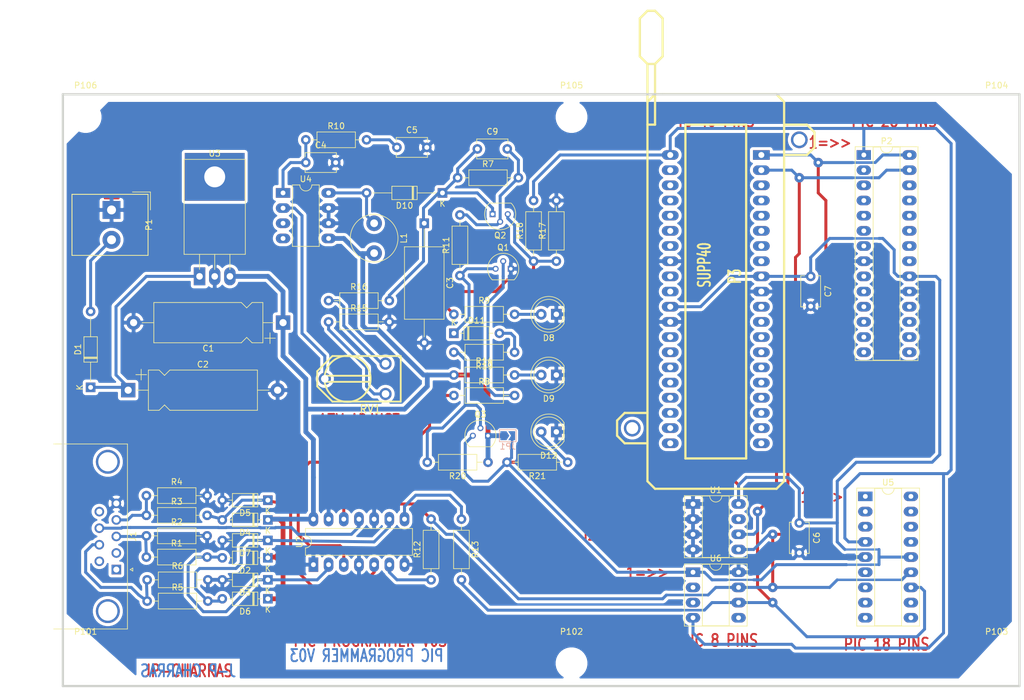
<source format=kicad_pcb>
(kicad_pcb (version 20190331) (host pcbnew "(5.1.0-169-g1fa407f89)")
  (title_block (title "SERIAL PIC PROGRAMMER"))
  (layers (0 "top_layer" signal) (31 "bottom_layer" signal) (34 "B.Paste" user) (35 "F.Paste" user) (36 "B.SilkS" user) (37 "F.SilkS" user) (38 "B.Mask" user) (39 "F.Mask" user) (44 "Edge.Cuts" user))
  (net 0 "")
  (net 1 "/CTS")
  (net 2 "/DTR")
  (net 3 "/PC-CLOCK-OUT")
  (net 4 "/TXD")
  (net 5 "GND")
  (net 6 "Net-(C2-Pad1)")
  (net 7 "Net-(C4-Pad1)")
  (net 8 "Net-(C5-Pad1)")
  (net 9 "Net-(C9-Pad2)")
  (net 10 "Net-(D11-Pad1)")
  (net 11 "Net-(D11-Pad2)")
  (net 12 "Net-(Q1-Pad2)")
  (net 13 "Net-(Q2-Pad3)")
  (net 14 "Net-(Q3-Pad2)")
  (net 15 "Net-(R12-Pad1)")
  (net 16 "Net-(R13-Pad1)")
  (net 17 "Net-(R15-Pad1)")
  (net 18 "Net-(R16-Pad1)")
  (net 19 "Net-(R8-Pad1)")
  (net 20 "Net-(RV1-Pad2)")
  (net 21 "VCC")
  (net 22 "VPP")
  (net 23 "/pic_sockets/VCC_PIC")
  (net 24 "Net-(D1-Pad2)")
  (net 25 "Net-(D4-Pad2)")
  (net 26 "Net-(D8-Pad2)")
  (net 27 "Net-(D9-Pad2)")
  (net 28 "Net-(D12-Pad2)")
  (net 29 "/VPP/MCLR")
  (net 30 "/CLOCK-RB6")
  (net 31 "/DATA-RB7")
  (net 32 "Net-(D2-Pad2)")
  (net 33 "Net-(D6-Pad2)")
  (net 34 "Net-(D10-Pad2)")
  (net 35 "Net-(P3-Pad2)")
  (net 36 "Net-(P3-Pad3)")
  (net 37 "Net-(P3-Pad4)")
  (net 38 "Net-(P3-Pad5)")
  (net 39 "Net-(P3-Pad6)")
  (net 40 "Net-(P3-Pad7)")
  (net 41 "Net-(P3-Pad9)")
  (net 42 "Net-(P3-Pad10)")
  (net 43 "Net-(P3-Pad13)")
  (net 44 "Net-(P3-Pad14)")
  (net 45 "Net-(P3-Pad15)")
  (net 46 "Net-(P3-Pad16)")
  (net 47 "Net-(P3-Pad17)")
  (net 48 "Net-(P3-Pad18)")
  (net 49 "Net-(P3-Pad19)")
  (net 50 "Net-(P3-Pad20)")
  (net 51 "Net-(P3-Pad21)")
  (net 52 "Net-(P3-Pad22)")
  (net 53 "Net-(P3-Pad23)")
  (net 54 "Net-(P3-Pad24)")
  (net 55 "Net-(P3-Pad25)")
  (net 56 "Net-(P3-Pad26)")
  (net 57 "Net-(P3-Pad27)")
  (net 58 "Net-(P3-Pad28)")
  (net 59 "Net-(P3-Pad29)")
  (net 60 "Net-(P3-Pad30)")
  (net 61 "Net-(P3-Pad33)")
  (net 62 "Net-(P3-Pad34)")
  (net 63 "Net-(P3-Pad35)")
  (net 64 "Net-(P3-Pad36)")
  (net 65 "Net-(P3-Pad37)")
  (net 66 "Net-(P3-Pad38)")
  (net 67 "Net-(J1-Pad1)")
  (net 68 "Net-(J1-Pad2)")
  (net 69 "Net-(J1-Pad6)")
  (net 70 "Net-(J1-Pad9)")
  (net 71 "Net-(U6-Pad5)")
  (net 72 "Net-(U6-Pad2)")
  (net 73 "Net-(U6-Pad3)")
  (net 74 "Net-(U1-Pad7)")
  (net 75 "Net-(U4-Pad3)")
  (net 76 "Net-(U4-Pad4)")
  (net 77 "Net-(P2-Pad15)")
  (net 78 "Net-(P2-Pad2)")
  (net 79 "Net-(P2-Pad16)")
  (net 80 "Net-(P2-Pad3)")
  (net 81 "Net-(P2-Pad17)")
  (net 82 "Net-(P2-Pad4)")
  (net 83 "Net-(P2-Pad18)")
  (net 84 "Net-(P2-Pad5)")
  (net 85 "Net-(P2-Pad6)")
  (net 86 "Net-(P2-Pad7)")
  (net 87 "Net-(P2-Pad21)")
  (net 88 "Net-(P2-Pad22)")
  (net 89 "Net-(P2-Pad9)")
  (net 90 "Net-(P2-Pad23)")
  (net 91 "Net-(P2-Pad10)")
  (net 92 "Net-(P2-Pad24)")
  (net 93 "Net-(P2-Pad11)")
  (net 94 "Net-(P2-Pad25)")
  (net 95 "Net-(P2-Pad12)")
  (net 96 "Net-(P2-Pad26)")
  (net 97 "Net-(P2-Pad13)")
  (net 98 "Net-(P2-Pad14)")
  (net 99 "Net-(U5-Pad1)")
  (net 100 "Net-(U5-Pad10)")
  (net 101 "Net-(U5-Pad2)")
  (net 102 "Net-(U5-Pad11)")
  (net 103 "Net-(U5-Pad3)")
  (net 104 "Net-(U5-Pad6)")
  (net 105 "Net-(U5-Pad15)")
  (net 106 "Net-(U5-Pad7)")
  (net 107 "Net-(U5-Pad16)")
  (net 108 "Net-(U5-Pad8)")
  (net 109 "Net-(U5-Pad17)")
  (net 110 "Net-(U5-Pad9)")
  (net 111 "Net-(U5-Pad18)")
  (module "TerminalBlock_Altech:Altech_AK300_1x02_P5.00mm_45-Degree" (layer "top_layer") (at 81.8 60 270)
    (fp_text reference "P1" (at 2.5 -6.26 270) (layer "F.SilkS"))
    (fp_text value "CONN_2")
    (pad "2" thru_hole circle (at 5 0 270) (size 3 3) (drill 1.5) (layers *.Cu *.Mask) (net 24 "Net-(D1-Pad2)"))
    (pad "1" thru_hole rect (at 0 0 270) (size 3 3) (drill 1.5) (layers *.Cu *.Mask) (net 5 "GND"))
  )
  (module "MountingHole:MountingHole_4.3mm_M4" (layer "top_layer") (at 229.87 44.45)
    (fp_text reference "P104" (at 0 -5.3) (layer "F.SilkS"))
    (fp_text value "CONN_1")
    (pad "" np_thru_hole circle (at 0 0) (size 4.3 4.3) (drill 4.3) (layers *.Cu *.Mask))
  )
  (module "MountingHole:MountingHole_4.3mm_M4" (layer "top_layer") (at 77.47 135.89)
    (fp_text reference "P101" (at 0 -5.3) (layer "F.SilkS"))
    (fp_text value "CONN_1")
    (pad "" np_thru_hole circle (at 0 0) (size 4.3 4.3) (drill 4.3) (layers *.Cu *.Mask))
  )
  (module "MountingHole:MountingHole_4.3mm_M4" (layer "top_layer") (at 158.75 135.89)
    (fp_text reference "P102" (at 0 -5.3) (layer "F.SilkS"))
    (fp_text value "CONN_1")
    (pad "" np_thru_hole circle (at 0 0) (size 4.3 4.3) (drill 4.3) (layers *.Cu *.Mask))
  )
  (module "MountingHole:MountingHole_4.3mm_M4" (layer "top_layer") (at 229.87 135.89)
    (fp_text reference "P103" (at 0 -5.3) (layer "F.SilkS"))
    (fp_text value "CONN_1")
    (pad "" np_thru_hole circle (at 0 0) (size 4.3 4.3) (drill 4.3) (layers *.Cu *.Mask))
  )
  (module "MountingHole:MountingHole_4.3mm_M4" (layer "top_layer") (at 158.75 44.45)
    (fp_text reference "P105" (at 0 -5.3) (layer "F.SilkS"))
    (fp_text value "CONN_1")
    (pad "" np_thru_hole circle (at 0 0) (size 4.3 4.3) (drill 4.3) (layers *.Cu *.Mask))
  )
  (module "MountingHole:MountingHole_4.3mm_M4" (layer "top_layer") (at 77.47 44.45)
    (fp_text reference "P106" (at 0 -5.3) (layer "F.SilkS"))
    (fp_text value "CONN_1")
    (pad "" np_thru_hole circle (at 0 0) (size 4.3 4.3) (drill 4.3) (layers *.Cu *.Mask))
  )
  (module "Jumper:SolderJumper-2_P1.3mm_Open_TrianglePad1.0x1.5mm" (layer "bottom_layer") (at 148.082 97.79)
    (fp_text reference "JP1" (at 0 1.8) (layer "B.SilkS") (effects (justify mirror)))
    (fp_text value "JUMPER")
    (pad "1" smd custom (at -0.725 0) (size 0.3 0.3) (layers "bottom_layer" "B.Mask") (net 21 "VCC") (options (clearance outline) (anchor rect)) (primitives (gr_poly (pts (xy -0.5 0.75) (xy 0.5 0.75) (xy 1 0) (xy 0.5 -0.75) (xy -0.5 -0.75)) (width 0))))
    (pad "2" smd custom (at 0.725 0) (size 0.3 0.3) (layers "bottom_layer" "B.Mask") (net 23 "/pic_sockets/VCC_PIC") (options (clearance outline) (anchor rect)) (primitives (gr_poly (pts (xy -0.65 0.75) (xy 0.5 0.75) (xy 0.5 -0.75) (xy -0.65 -0.75) (xy -0.15 0)) (width 0))))
  )
  (module "Package_TO_SOT_THT:TO-220-3_Horizontal_TabDown" (layer "top_layer") (at 96.52 71.12)
    (fp_text reference "U3" (at 2.54 -20.58) (layer "F.SilkS"))
    (fp_text value "7805")
    (pad "3" thru_hole oval (at 5.08 0) (size 1.905 3) (drill 1.1) (layers *.Cu *.Mask) (net 21 "VCC"))
    (pad "2" thru_hole oval (at 2.54 0) (size 1.905 3) (drill 1.1) (layers *.Cu *.Mask) (net 5 "GND"))
    (pad "1" thru_hole rect (at 0 0) (size 1.905 3) (drill 1.1) (layers *.Cu *.Mask) (net 6 "Net-(C2-Pad1)"))
    (pad "" thru_hole rect (at 2.54 -16.66) (size 10 8) (drill 3.5) (layers *.Cu *.Mask))
  )
  (module "Inductor_THT:L_Radial_D7.8mm_P5.00mm_Fastron_07HCP" (layer "top_layer") (at 125.73 62.23 270)
    (fp_text reference "L1" (at 2.5 -4.96 270) (layer "F.SilkS"))
    (fp_text value "22uH")
    (pad "2" thru_hole circle (at 5 0 270) (size 2.6 2.6) (drill 1.3) (layers *.Cu *.Mask) (net 21 "VCC"))
    (pad "1" thru_hole circle (at 0 0 270) (size 2.6 2.6) (drill 1.3) (layers *.Cu *.Mask) (net 34 "Net-(D10-Pad2)"))
  )
  (module "LED_THT:LED_D5.0mm" (layer "top_layer") (at 156.21 97.155 180)
    (fp_text reference "D12" (at 1.27 -3.96 180) (layer "F.SilkS"))
    (fp_text value "YELLOW-LED")
    (pad "2" thru_hole circle (at 2.54 0 180) (size 1.8 1.8) (drill 0.9) (layers *.Cu *.Mask) (net 28 "Net-(D12-Pad2)"))
    (pad "1" thru_hole rect (at 0 0 180) (size 1.8 1.8) (drill 0.9) (layers *.Cu *.Mask) (net 5 "GND"))
  )
  (module "LED_THT:LED_D5.0mm" (layer "top_layer") (at 156.21 87.63 180)
    (fp_text reference "D9" (at 1.27 -3.96 180) (layer "F.SilkS"))
    (fp_text value "GREEN-LED")
    (pad "2" thru_hole circle (at 2.54 0 180) (size 1.8 1.8) (drill 0.9) (layers *.Cu *.Mask) (net 27 "Net-(D9-Pad2)"))
    (pad "1" thru_hole rect (at 0 0 180) (size 1.8 1.8) (drill 0.9) (layers *.Cu *.Mask) (net 5 "GND"))
  )
  (module "LED_THT:LED_D5.0mm" (layer "top_layer") (at 156.21 77.47 180)
    (fp_text reference "D8" (at 1.27 -3.96 180) (layer "F.SilkS"))
    (fp_text value "RED-LED")
    (pad "2" thru_hole circle (at 2.54 0 180) (size 1.8 1.8) (drill 0.9) (layers *.Cu *.Mask) (net 26 "Net-(D8-Pad2)"))
    (pad "1" thru_hole rect (at 0 0 180) (size 1.8 1.8) (drill 0.9) (layers *.Cu *.Mask) (net 5 "GND"))
  )
  (module "Capacitor_THT:CP_Axial_L18.0mm_D6.5mm_P25.00mm_Horizontal" (layer "top_layer") (at 84.582 90.17)
    (fp_text reference "C2" (at 12.5 -4.31) (layer "F.SilkS"))
    (fp_text value "220uF")
    (pad "2" thru_hole oval (at 25 0) (size 2.4 2.4) (drill 1.2) (layers *.Cu *.Mask) (net 5 "GND"))
    (pad "1" thru_hole rect (at 0 0) (size 2.4 2.4) (drill 1.2) (layers *.Cu *.Mask) (net 6 "Net-(C2-Pad1)"))
  )
  (module "Capacitor_THT:CP_Axial_L18.0mm_D6.5mm_P25.00mm_Horizontal" (layer "top_layer") (at 110.49 78.867 180)
    (fp_text reference "C1" (at 12.5 -4.31 180) (layer "F.SilkS"))
    (fp_text value "100µF")
    (pad "2" thru_hole oval (at 25 0 180) (size 2.4 2.4) (drill 1.2) (layers *.Cu *.Mask) (net 5 "GND"))
    (pad "1" thru_hole rect (at 0 0 180) (size 2.4 2.4) (drill 1.2) (layers *.Cu *.Mask) (net 21 "VCC"))
  )
  (module "Resistor_THT:R_Axial_DIN0207_L6.3mm_D2.5mm_P10.16mm_Horizontal" (layer "top_layer") (at 135.255 121.92 90)
    (fp_text reference "R12" (at 5.08 -2.31 90) (layer "F.SilkS"))
    (fp_text value "470")
    (pad "2" thru_hole oval (at 10.16 0 90) (size 1.6 1.6) (drill 0.8) (layers *.Cu *.Mask) (net 31 "/DATA-RB7"))
    (pad "1" thru_hole circle (at 0 0 90) (size 1.6 1.6) (drill 0.8) (layers *.Cu *.Mask) (net 15 "Net-(R12-Pad1)"))
  )
  (module "Resistor_THT:R_Axial_DIN0207_L6.3mm_D2.5mm_P10.16mm_Horizontal" (layer "top_layer") (at 139.065 91.059)
    (fp_text reference "R8" (at 5.08 -2.31) (layer "F.SilkS"))
    (fp_text value "1K")
    (pad "2" thru_hole oval (at 10.16 0) (size 1.6 1.6) (drill 0.8) (layers *.Cu *.Mask) (net 12 "Net-(Q1-Pad2)"))
    (pad "1" thru_hole circle (at 0 0) (size 1.6 1.6) (drill 0.8) (layers *.Cu *.Mask) (net 19 "Net-(R8-Pad1)"))
  )
  (module "Resistor_THT:R_Axial_DIN0207_L6.3mm_D2.5mm_P10.16mm_Horizontal" (layer "top_layer") (at 140.335 111.76 270)
    (fp_text reference "R13" (at 5.08 -2.31 270) (layer "F.SilkS"))
    (fp_text value "470")
    (pad "2" thru_hole oval (at 10.16 0 270) (size 1.6 1.6) (drill 0.8) (layers *.Cu *.Mask) (net 30 "/CLOCK-RB6"))
    (pad "1" thru_hole circle (at 0 0 270) (size 1.6 1.6) (drill 0.8) (layers *.Cu *.Mask) (net 16 "Net-(R13-Pad1)"))
  )
  (module "Resistor_THT:R_Axial_DIN0207_L6.3mm_D2.5mm_P10.16mm_Horizontal" (layer "top_layer") (at 139.065 87.63)
    (fp_text reference "R14" (at 5.08 -2.31) (layer "F.SilkS"))
    (fp_text value "470")
    (pad "2" thru_hole oval (at 10.16 0) (size 1.6 1.6) (drill 0.8) (layers *.Cu *.Mask) (net 27 "Net-(D9-Pad2)"))
    (pad "1" thru_hole circle (at 0 0) (size 1.6 1.6) (drill 0.8) (layers *.Cu *.Mask) (net 21 "VCC"))
  )
  (module "Resistor_THT:R_Axial_DIN0207_L6.3mm_D2.5mm_P10.16mm_Horizontal" (layer "top_layer") (at 118.11 78.74)
    (fp_text reference "R15" (at 5.08 -2.31) (layer "F.SilkS"))
    (fp_text value "6.2K")
    (pad "2" thru_hole oval (at 10.16 0) (size 1.6 1.6) (drill 0.8) (layers *.Cu *.Mask) (net 5 "GND"))
    (pad "1" thru_hole circle (at 0 0) (size 1.6 1.6) (drill 0.8) (layers *.Cu *.Mask) (net 17 "Net-(R15-Pad1)"))
  )
  (module "Resistor_THT:R_Axial_DIN0207_L6.3mm_D2.5mm_P10.16mm_Horizontal" (layer "top_layer") (at 118.11 75.184)
    (fp_text reference "R16" (at 5.08 -2.31) (layer "F.SilkS"))
    (fp_text value "62K")
    (pad "2" thru_hole oval (at 10.16 0) (size 1.6 1.6) (drill 0.8) (layers *.Cu *.Mask) (net 22 "VPP"))
    (pad "1" thru_hole circle (at 0 0) (size 1.6 1.6) (drill 0.8) (layers *.Cu *.Mask) (net 18 "Net-(R16-Pad1)"))
  )
  (module "Resistor_THT:R_Axial_DIN0207_L6.3mm_D2.5mm_P10.16mm_Horizontal" (layer "top_layer") (at 156.21 68.58 90)
    (fp_text reference "R17" (at 5.08 -2.31 90) (layer "F.SilkS"))
    (fp_text value "22K")
    (pad "2" thru_hole oval (at 10.16 0 90) (size 1.6 1.6) (drill 0.8) (layers *.Cu *.Mask) (net 5 "GND"))
    (pad "1" thru_hole circle (at 0 0 90) (size 1.6 1.6) (drill 0.8) (layers *.Cu *.Mask) (net 13 "Net-(Q2-Pad3)"))
  )
  (module "Resistor_THT:R_Axial_DIN0207_L6.3mm_D2.5mm_P10.16mm_Horizontal" (layer "top_layer") (at 149.225 83.82 180)
    (fp_text reference "R19" (at 5.08 -2.31 180) (layer "F.SilkS"))
    (fp_text value "2.2K")
    (pad "2" thru_hole oval (at 10.16 0 180) (size 1.6 1.6) (drill 0.8) (layers *.Cu *.Mask) (net 14 "Net-(Q3-Pad2)"))
    (pad "1" thru_hole circle (at 0 0 180) (size 1.6 1.6) (drill 0.8) (layers *.Cu *.Mask) (net 11 "Net-(D11-Pad2)"))
  )
  (module "Resistor_THT:R_Axial_DIN0207_L6.3mm_D2.5mm_P10.16mm_Horizontal" (layer "top_layer") (at 144.78 102.235 180)
    (fp_text reference "R20" (at 5.08 -2.31 180) (layer "F.SilkS"))
    (fp_text value "2.2K")
    (pad "2" thru_hole oval (at 10.16 0 180) (size 1.6 1.6) (drill 0.8) (layers *.Cu *.Mask) (net 14 "Net-(Q3-Pad2)"))
    (pad "1" thru_hole circle (at 0 0 180) (size 1.6 1.6) (drill 0.8) (layers *.Cu *.Mask) (net 21 "VCC"))
  )
  (module "Resistor_THT:R_Axial_DIN0207_L6.3mm_D2.5mm_P10.16mm_Horizontal" (layer "top_layer") (at 158.115 102.235 180)
    (fp_text reference "R21" (at 5.08 -2.31 180) (layer "F.SilkS"))
    (fp_text value "470")
    (pad "2" thru_hole oval (at 10.16 0 180) (size 1.6 1.6) (drill 0.8) (layers *.Cu *.Mask) (net 23 "/pic_sockets/VCC_PIC"))
    (pad "1" thru_hole circle (at 0 0 180) (size 1.6 1.6) (drill 0.8) (layers *.Cu *.Mask) (net 28 "Net-(D12-Pad2)"))
  )
  (module "Resistor_THT:R_Axial_DIN0207_L6.3mm_D2.5mm_P10.16mm_Horizontal" (layer "top_layer") (at 87.757 121.92)
    (fp_text reference "R6" (at 5.08 -2.31) (layer "F.SilkS"))
    (fp_text value "10K")
    (pad "2" thru_hole oval (at 10.16 0) (size 1.6 1.6) (drill 0.8) (layers *.Cu *.Mask) (net 5 "GND"))
    (pad "1" thru_hole circle (at 0 0) (size 1.6 1.6) (drill 0.8) (layers *.Cu *.Mask) (net 3 "/PC-CLOCK-OUT"))
  )
  (module "Resistor_THT:R_Axial_DIN0207_L6.3mm_D2.5mm_P10.16mm_Horizontal" (layer "top_layer") (at 139.7 54.61)
    (fp_text reference "R7" (at 5.08 -2.31) (layer "F.SilkS"))
    (fp_text value "10K")
    (pad "2" thru_hole oval (at 10.16 0) (size 1.6 1.6) (drill 0.8) (layers *.Cu *.Mask) (net 9 "Net-(C9-Pad2)"))
    (pad "1" thru_hole circle (at 0 0) (size 1.6 1.6) (drill 0.8) (layers *.Cu *.Mask) (net 22 "VPP"))
  )
  (module "Resistor_THT:R_Axial_DIN0207_L6.3mm_D2.5mm_P10.16mm_Horizontal" (layer "top_layer") (at 87.757 125.476)
    (fp_text reference "R5" (at 5.08 -2.31) (layer "F.SilkS"))
    (fp_text value "10K")
    (pad "2" thru_hole oval (at 10.16 0) (size 1.6 1.6) (drill 0.8) (layers *.Cu *.Mask) (net 33 "Net-(D6-Pad2)"))
    (pad "1" thru_hole circle (at 0 0) (size 1.6 1.6) (drill 0.8) (layers *.Cu *.Mask) (net 3 "/PC-CLOCK-OUT"))
  )
  (module "Resistor_THT:R_Axial_DIN0207_L6.3mm_D2.5mm_P10.16mm_Horizontal" (layer "top_layer") (at 87.63 107.823)
    (fp_text reference "R4" (at 5.08 -2.31) (layer "F.SilkS"))
    (fp_text value "10K")
    (pad "2" thru_hole oval (at 10.16 0) (size 1.6 1.6) (drill 0.8) (layers *.Cu *.Mask) (net 5 "GND"))
    (pad "1" thru_hole circle (at 0 0) (size 1.6 1.6) (drill 0.8) (layers *.Cu *.Mask) (net 2 "/DTR"))
  )
  (module "Resistor_THT:R_Axial_DIN0207_L6.3mm_D2.5mm_P10.16mm_Horizontal" (layer "top_layer") (at 87.63 111.125)
    (fp_text reference "R3" (at 5.08 -2.31) (layer "F.SilkS"))
    (fp_text value "10K")
    (pad "2" thru_hole oval (at 10.16 0) (size 1.6 1.6) (drill 0.8) (layers *.Cu *.Mask) (net 25 "Net-(D4-Pad2)"))
    (pad "1" thru_hole circle (at 0 0) (size 1.6 1.6) (drill 0.8) (layers *.Cu *.Mask) (net 2 "/DTR"))
  )
  (module "Resistor_THT:R_Axial_DIN0207_L6.3mm_D2.5mm_P10.16mm_Horizontal" (layer "top_layer") (at 87.63 114.554)
    (fp_text reference "R2" (at 5.08 -2.31) (layer "F.SilkS"))
    (fp_text value "10K")
    (pad "2" thru_hole oval (at 10.16 0) (size 1.6 1.6) (drill 0.8) (layers *.Cu *.Mask) (net 5 "GND"))
    (pad "1" thru_hole circle (at 0 0) (size 1.6 1.6) (drill 0.8) (layers *.Cu *.Mask) (net 4 "/TXD"))
  )
  (module "Resistor_THT:R_Axial_DIN0207_L6.3mm_D2.5mm_P10.16mm_Horizontal" (layer "top_layer") (at 87.63 118.11)
    (fp_text reference "R1" (at 5.08 -2.31) (layer "F.SilkS"))
    (fp_text value "10K")
    (pad "2" thru_hole oval (at 10.16 0) (size 1.6 1.6) (drill 0.8) (layers *.Cu *.Mask) (net 32 "Net-(D2-Pad2)"))
    (pad "1" thru_hole circle (at 0 0) (size 1.6 1.6) (drill 0.8) (layers *.Cu *.Mask) (net 4 "/TXD"))
  )
  (module "Resistor_THT:R_Axial_DIN0207_L6.3mm_D2.5mm_P10.16mm_Horizontal" (layer "top_layer") (at 139.065 77.47)
    (fp_text reference "R9" (at 5.08 -2.31) (layer "F.SilkS"))
    (fp_text value "2.2K")
    (pad "2" thru_hole oval (at 10.16 0) (size 1.6 1.6) (drill 0.8) (layers *.Cu *.Mask) (net 26 "Net-(D8-Pad2)"))
    (pad "1" thru_hole circle (at 0 0) (size 1.6 1.6) (drill 0.8) (layers *.Cu *.Mask) (net 13 "Net-(Q2-Pad3)"))
  )
  (module "Resistor_THT:R_Axial_DIN0207_L6.3mm_D2.5mm_P10.16mm_Horizontal" (layer "top_layer") (at 114.3 48.26)
    (fp_text reference "R10" (at 5.08 -2.31) (layer "F.SilkS"))
    (fp_text value "5,1K")
    (pad "2" thru_hole oval (at 10.16 0) (size 1.6 1.6) (drill 0.8) (layers *.Cu *.Mask) (net 8 "Net-(C5-Pad1)"))
    (pad "1" thru_hole circle (at 0 0) (size 1.6 1.6) (drill 0.8) (layers *.Cu *.Mask) (net 7 "Net-(C4-Pad1)"))
  )
  (module "Resistor_THT:R_Axial_DIN0207_L6.3mm_D2.5mm_P10.16mm_Horizontal" (layer "top_layer") (at 152.4 68.58 90)
    (fp_text reference "R18" (at 5.08 -2.31 90) (layer "F.SilkS"))
    (fp_text value "220")
    (pad "2" thru_hole oval (at 10.16 0 90) (size 1.6 1.6) (drill 0.8) (layers *.Cu *.Mask) (net 29 "/VPP/MCLR"))
    (pad "1" thru_hole circle (at 0 0 90) (size 1.6 1.6) (drill 0.8) (layers *.Cu *.Mask) (net 13 "Net-(Q2-Pad3)"))
  )
  (module "Resistor_THT:R_Axial_DIN0207_L6.3mm_D2.5mm_P10.16mm_Horizontal" (layer "top_layer") (at 140.081 70.993 90)
    (fp_text reference "R11" (at 5.08 -2.31 90) (layer "F.SilkS"))
    (fp_text value "22K")
    (pad "2" thru_hole oval (at 10.16 0 90) (size 1.6 1.6) (drill 0.8) (layers *.Cu *.Mask) (net 9 "Net-(C9-Pad2)"))
    (pad "1" thru_hole circle (at 0 0 90) (size 1.6 1.6) (drill 0.8) (layers *.Cu *.Mask) (net 10 "Net-(D11-Pad1)"))
  )
  (module "footprints:40tex-Ell600" (layer "top_layer") (at 182.88 74.93 270)
    (fp_text reference "P3" (at -3.81 -3.175 270) (layer "F.SilkS") (effects (font (size 2.032 1.27) (thickness 0.3048))))
    (fp_text value "SUPP40" (at -5.715 1.905 270) (layer "F.SilkS") (effects (font (size 2.032 1.27) (thickness 0.3048))))
    (pad "HOLE" thru_hole circle (at 21.59 13.97 270) (size 2.8 2.8) (drill 2) (layers *.Cu *.Mask))
    (pad "HOLE" thru_hole circle (at -26.67 -13.97 270) (size 2.8 2.8) (drill 2) (layers *.Cu *.Mask))
    (pad "40" thru_hole rect (at -24.13 -7.62 270) (size 1.6 2.8) (drill 1) (layers *.Cu *.Mask) (net 31 "/DATA-RB7"))
    (pad "39" thru_hole oval (at -21.59 -7.62 270) (size 1.6 2.8) (drill 1) (layers *.Cu *.Mask) (net 30 "/CLOCK-RB6"))
    (pad "38" thru_hole oval (at -19.05 -7.62 270) (size 1.6 2.8) (drill 1) (layers *.Cu *.Mask) (net 66 "Net-(P3-Pad38)"))
    (pad "37" thru_hole oval (at -16.51 -7.62 270) (size 1.6 2.8) (drill 1) (layers *.Cu *.Mask) (net 65 "Net-(P3-Pad37)"))
    (pad "36" thru_hole oval (at -13.97 -7.62 270) (size 1.6 2.8) (drill 1) (layers *.Cu *.Mask) (net 64 "Net-(P3-Pad36)"))
    (pad "35" thru_hole oval (at -11.43 -7.62 270) (size 1.6 2.8) (drill 1) (layers *.Cu *.Mask) (net 63 "Net-(P3-Pad35)"))
    (pad "34" thru_hole oval (at -8.89 -7.62 270) (size 1.6 2.8) (drill 1) (layers *.Cu *.Mask) (net 62 "Net-(P3-Pad34)"))
    (pad "33" thru_hole oval (at -6.35 -7.62 270) (size 1.6 2.8) (drill 1) (layers *.Cu *.Mask) (net 61 "Net-(P3-Pad33)"))
    (pad "32" thru_hole oval (at -3.81 -7.62 270) (size 1.6 2.8) (drill 1) (layers *.Cu *.Mask) (net 23 "/pic_sockets/VCC_PIC"))
    (pad "31" thru_hole oval (at -1.27 -7.62 270) (size 1.6 2.8) (drill 1) (layers *.Cu *.Mask) (net 5 "GND"))
    (pad "30" thru_hole oval (at 1.27 -7.62 270) (size 1.6 2.8) (drill 1) (layers *.Cu *.Mask) (net 60 "Net-(P3-Pad30)"))
    (pad "29" thru_hole oval (at 3.81 -7.62 270) (size 1.6 2.8) (drill 1) (layers *.Cu *.Mask) (net 59 "Net-(P3-Pad29)"))
    (pad "28" thru_hole oval (at 6.35 -7.62 270) (size 1.6 2.8) (drill 1) (layers *.Cu *.Mask) (net 58 "Net-(P3-Pad28)"))
    (pad "27" thru_hole oval (at 8.89 -7.62 270) (size 1.6 2.8) (drill 1) (layers *.Cu *.Mask) (net 57 "Net-(P3-Pad27)"))
    (pad "26" thru_hole oval (at 11.43 -7.62 270) (size 1.6 2.8) (drill 1) (layers *.Cu *.Mask) (net 56 "Net-(P3-Pad26)"))
    (pad "25" thru_hole oval (at 13.97 -7.62 270) (size 1.6 2.8) (drill 1) (layers *.Cu *.Mask) (net 55 "Net-(P3-Pad25)"))
    (pad "24" thru_hole oval (at 16.51 -7.62 270) (size 1.6 2.8) (drill 1) (layers *.Cu *.Mask) (net 54 "Net-(P3-Pad24)"))
    (pad "23" thru_hole oval (at 19.05 -7.62 270) (size 1.6 2.8) (drill 1) (layers *.Cu *.Mask) (net 53 "Net-(P3-Pad23)"))
    (pad "22" thru_hole oval (at 21.59 -7.62 270) (size 1.6 2.8) (drill 1) (layers *.Cu *.Mask) (net 52 "Net-(P3-Pad22)"))
    (pad "21" thru_hole oval (at 24.13 -7.62 270) (size 1.6 2.8) (drill 1) (layers *.Cu *.Mask) (net 51 "Net-(P3-Pad21)"))
    (pad "20" thru_hole oval (at 24.13 7.62 270) (size 1.6 2.8) (drill 1) (layers *.Cu *.Mask) (net 50 "Net-(P3-Pad20)"))
    (pad "19" thru_hole oval (at 21.59 7.62 270) (size 1.6 2.8) (drill 1) (layers *.Cu *.Mask) (net 49 "Net-(P3-Pad19)"))
    (pad "18" thru_hole oval (at 19.05 7.62 270) (size 1.6 2.8) (drill 1) (layers *.Cu *.Mask) (net 48 "Net-(P3-Pad18)"))
    (pad "17" thru_hole oval (at 16.51 7.62 270) (size 1.6 2.8) (drill 1) (layers *.Cu *.Mask) (net 47 "Net-(P3-Pad17)"))
    (pad "16" thru_hole oval (at 13.97 7.62 270) (size 1.6 2.8) (drill 1) (layers *.Cu *.Mask) (net 46 "Net-(P3-Pad16)"))
    (pad "15" thru_hole oval (at 11.43 7.62 270) (size 1.6 2.8) (drill 1) (layers *.Cu *.Mask) (net 45 "Net-(P3-Pad15)"))
    (pad "14" thru_hole oval (at 8.89 7.62 270) (size 1.6 2.8) (drill 1) (layers *.Cu *.Mask) (net 44 "Net-(P3-Pad14)"))
    (pad "13" thru_hole oval (at 6.35 7.62 270) (size 1.6 2.8) (drill 1) (layers *.Cu *.Mask) (net 43 "Net-(P3-Pad13)"))
    (pad "12" thru_hole oval (at 3.81 7.62 270) (size 1.6 2.8) (drill 1) (layers *.Cu *.Mask) (net 5 "GND"))
    (pad "11" thru_hole oval (at 1.27 7.62 270) (size 1.6 2.8) (drill 1) (layers *.Cu *.Mask) (net 23 "/pic_sockets/VCC_PIC"))
    (pad "10" thru_hole oval (at -1.27 7.62 270) (size 1.6 2.8) (drill 1) (layers *.Cu *.Mask) (net 42 "Net-(P3-Pad10)"))
    (pad "9" thru_hole oval (at -3.81 7.62 270) (size 1.6 2.8) (drill 1) (layers *.Cu *.Mask) (net 41 "Net-(P3-Pad9)"))
    (pad "8" thru_hole oval (at -6.35 7.62 270) (size 1.6 2.8) (drill 1) (layers *.Cu *.Mask) (net 5 "GND"))
    (pad "7" thru_hole oval (at -8.89 7.62 270) (size 1.6 2.8) (drill 1) (layers *.Cu *.Mask) (net 40 "Net-(P3-Pad7)"))
    (pad "6" thru_hole oval (at -11.43 7.62 270) (size 1.6 2.8) (drill 1) (layers *.Cu *.Mask) (net 39 "Net-(P3-Pad6)"))
    (pad "5" thru_hole oval (at -13.97 7.62 270) (size 1.6 2.8) (drill 1) (layers *.Cu *.Mask) (net 38 "Net-(P3-Pad5)"))
    (pad "4" thru_hole oval (at -16.51 7.62 270) (size 1.6 2.8) (drill 1) (layers *.Cu *.Mask) (net 37 "Net-(P3-Pad4)"))
    (pad "3" thru_hole oval (at -19.05 7.62 270) (size 1.6 2.8) (drill 1) (layers *.Cu *.Mask) (net 36 "Net-(P3-Pad3)"))
    (pad "2" thru_hole oval (at -21.59 7.62 270) (size 1.6 2.8) (drill 1) (layers *.Cu *.Mask) (net 35 "Net-(P3-Pad2)"))
    (pad "1" thru_hole oval (at -24.13 7.62 270) (size 1.6 2.8) (drill 1) (layers *.Cu *.Mask) (net 29 "/VPP/MCLR"))
  )
  (module "footprints:RV2X4" (layer "top_layer") (at 122.555 88.265 180)
    (fp_text reference "RV1" (at -2.54 -5.08 180) (layer "F.SilkS") (effects (font (size 1.397 1.27) (thickness 0.2032))))
    (fp_text value "1K")
    (pad "3" thru_hole circle (at -5.08 2.54 180) (size 2.032 2.032) (drill 1.27) (layers *.Cu *.Mask) (net 18 "Net-(R16-Pad1)"))
    (pad "2" thru_hole circle (at 5.08 0 180) (size 2.032 2.032) (drill 1.27) (layers *.Cu *.Mask) (net 20 "Net-(RV1-Pad2)"))
    (pad "1" thru_hole circle (at -5.08 -2.54 180) (size 2.032 2.032) (drill 1.27) (layers *.Cu *.Mask) (net 17 "Net-(R15-Pad1)"))
  )
  (module "Diode_THT:D_DO-35_SOD27_P12.70mm_Horizontal" (layer "top_layer") (at 137.16 57.15 180)
    (fp_text reference "D10" (at 6.35 -2.12 180) (layer "F.SilkS"))
    (fp_text value "SCHOTTKY")
    (fp_text user "K" (at 0 -1.8 180) (layer "F.SilkS"))
    (pad "2" thru_hole oval (at 12.7 0 180) (size 1.6 1.6) (drill 0.8) (layers *.Cu *.Mask) (net 34 "Net-(D10-Pad2)"))
    (pad "1" thru_hole rect (at 0 0 180) (size 1.6 1.6) (drill 0.8) (layers *.Cu *.Mask) (net 22 "VPP"))
  )
  (module "Diode_THT:D_DO-35_SOD27_P12.70mm_Horizontal" (layer "top_layer") (at 78.3 89.7 90)
    (fp_text reference "D1" (at 6.35 -2.12 90) (layer "F.SilkS"))
    (fp_text value "1N4004")
    (fp_text user "K" (at 0 -1.8 90) (layer "F.SilkS"))
    (pad "2" thru_hole oval (at 12.7 0 90) (size 1.6 1.6) (drill 0.8) (layers *.Cu *.Mask) (net 24 "Net-(D1-Pad2)"))
    (pad "1" thru_hole rect (at 0 0 90) (size 1.6 1.6) (drill 0.8) (layers *.Cu *.Mask) (net 6 "Net-(C2-Pad1)"))
  )
  (module "Capacitor_THT:C_Disc_D5.1mm_W3.2mm_P5.00mm" (layer "top_layer") (at 143.002 49.784)
    (fp_text reference "C9" (at 2.5 -2.91) (layer "F.SilkS"))
    (fp_text value "220nF")
    (pad "2" thru_hole circle (at 5 0) (size 1.6 1.6) (drill 0.8) (layers *.Cu *.Mask) (net 9 "Net-(C9-Pad2)"))
    (pad "1" thru_hole circle (at 0 0) (size 1.6 1.6) (drill 0.8) (layers *.Cu *.Mask) (net 22 "VPP"))
  )
  (module "Capacitor_THT:C_Disc_D5.1mm_W3.2mm_P5.00mm" (layer "top_layer") (at 198.755 71.12 270)
    (fp_text reference "C7" (at 2.5 -2.91 270) (layer "F.SilkS"))
    (fp_text value "100nF")
    (pad "2" thru_hole circle (at 5 0 270) (size 1.6 1.6) (drill 0.8) (layers *.Cu *.Mask) (net 5 "GND"))
    (pad "1" thru_hole circle (at 0 0 270) (size 1.6 1.6) (drill 0.8) (layers *.Cu *.Mask) (net 23 "/pic_sockets/VCC_PIC"))
  )
  (module "Capacitor_THT:C_Disc_D5.1mm_W3.2mm_P5.00mm" (layer "top_layer") (at 196.85 112.395 270)
    (fp_text reference "C6" (at 2.5 -2.91 270) (layer "F.SilkS"))
    (fp_text value "100nF")
    (pad "2" thru_hole circle (at 5 0 270) (size 1.6 1.6) (drill 0.8) (layers *.Cu *.Mask) (net 5 "GND"))
    (pad "1" thru_hole circle (at 0 0 270) (size 1.6 1.6) (drill 0.8) (layers *.Cu *.Mask) (net 23 "/pic_sockets/VCC_PIC"))
  )
  (module "Capacitor_THT:C_Disc_D5.1mm_W3.2mm_P5.00mm" (layer "top_layer") (at 129.54 49.53)
    (fp_text reference "C5" (at 2.5 -2.91) (layer "F.SilkS"))
    (fp_text value "10nF")
    (pad "2" thru_hole circle (at 5 0) (size 1.6 1.6) (drill 0.8) (layers *.Cu *.Mask) (net 5 "GND"))
    (pad "1" thru_hole circle (at 0 0) (size 1.6 1.6) (drill 0.8) (layers *.Cu *.Mask) (net 8 "Net-(C5-Pad1)"))
  )
  (module "Capacitor_THT:C_Disc_D5.1mm_W3.2mm_P5.00mm" (layer "top_layer") (at 114.3 52.07)
    (fp_text reference "C4" (at 2.5 -2.91) (layer "F.SilkS"))
    (fp_text value "0")
    (pad "2" thru_hole circle (at 5 0) (size 1.6 1.6) (drill 0.8) (layers *.Cu *.Mask) (net 5 "GND"))
    (pad "1" thru_hole circle (at 0 0) (size 1.6 1.6) (drill 0.8) (layers *.Cu *.Mask) (net 7 "Net-(C4-Pad1)"))
  )
  (module "footprints:TO-92_BC237_307" (layer "top_layer") (at 148.082 60.706 180)
    (fp_text reference "Q2" (at 1.27 -3.56 180) (layer "F.SilkS"))
    (fp_text value "BC307")
    (pad "3" thru_hole circle (at 0 0 270) (size 1 1) (drill 0.6) (layers *.Cu *.Mask) (net 13 "Net-(Q2-Pad3)"))
    (pad "1" thru_hole rect (at 2.54 0 270) (size 1 1) (drill 0.6) (layers *.Cu *.Mask) (net 22 "VPP"))
    (pad "2" thru_hole circle (at 1.27 -1.27 270) (size 1 1) (drill 0.6) (layers *.Cu *.Mask) (net 9 "Net-(C9-Pad2)"))
  )
  (module "footprints:TO-92_BC237_307" (layer "top_layer") (at 146.05 69.85)
    (fp_text reference "Q1" (at 1.27 -3.56) (layer "F.SilkS"))
    (fp_text value "BC237")
    (pad "3" thru_hole circle (at 0 0 90) (size 1 1) (drill 0.6) (layers *.Cu *.Mask) (net 10 "Net-(D11-Pad1)"))
    (pad "1" thru_hole rect (at 2.54 0 90) (size 1 1) (drill 0.6) (layers *.Cu *.Mask) (net 5 "GND"))
    (pad "2" thru_hole circle (at 1.27 -1.27 90) (size 1 1) (drill 0.6) (layers *.Cu *.Mask) (net 12 "Net-(Q1-Pad2)"))
  )
  (module "footprints:TO-92_BC237_307" (layer "top_layer") (at 142.24 97.79)
    (fp_text reference "Q3" (at 1.27 -3.56) (layer "F.SilkS"))
    (fp_text value "BC307")
    (pad "3" thru_hole circle (at 0 0 90) (size 1 1) (drill 0.6) (layers *.Cu *.Mask) (net 23 "/pic_sockets/VCC_PIC"))
    (pad "1" thru_hole rect (at 2.54 0 90) (size 1 1) (drill 0.6) (layers *.Cu *.Mask) (net 21 "VCC"))
    (pad "2" thru_hole circle (at 1.27 -1.27 90) (size 1 1) (drill 0.6) (layers *.Cu *.Mask) (net 14 "Net-(Q3-Pad2)"))
  )
  (module "Connector_Dsub:DSUB-9_Female_Horizontal_P2.77x2.84mm_EdgePinOffset7.70mm_Housed_MountingHolesOffset9.12mm" (layer "top_layer") (at 82.6 120.2 270)
    (fp_text reference "J1" (at -5.54 -2.8 270) (layer "F.SilkS"))
    (fp_text value "DB9-FEMAL")
    (pad "0" thru_hole circle (at 6.96 1.42 270) (size 4 4) (drill 3.2) (layers *.Cu *.Mask))
    (pad "0" thru_hole circle (at -18.04 1.42 270) (size 4 4) (drill 3.2) (layers *.Cu *.Mask))
    (pad "9" thru_hole circle (at -9.695 2.84 270) (size 1.6 1.6) (drill 1) (layers *.Cu *.Mask) (net 70 "Net-(J1-Pad9)"))
    (pad "8" thru_hole circle (at -6.925 2.84 270) (size 1.6 1.6) (drill 1) (layers *.Cu *.Mask) (net 1 "/CTS"))
    (pad "7" thru_hole circle (at -4.155 2.84 270) (size 1.6 1.6) (drill 1) (layers *.Cu *.Mask) (net 3 "/PC-CLOCK-OUT"))
    (pad "6" thru_hole circle (at -1.385 2.84 270) (size 1.6 1.6) (drill 1) (layers *.Cu *.Mask) (net 69 "Net-(J1-Pad6)"))
    (pad "5" thru_hole circle (at -11.08 0 270) (size 1.6 1.6) (drill 1) (layers *.Cu *.Mask) (net 5 "GND"))
    (pad "4" thru_hole circle (at -8.31 0 270) (size 1.6 1.6) (drill 1) (layers *.Cu *.Mask) (net 2 "/DTR"))
    (pad "3" thru_hole circle (at -5.54 0 270) (size 1.6 1.6) (drill 1) (layers *.Cu *.Mask) (net 4 "/TXD"))
    (pad "2" thru_hole circle (at -2.77 0 270) (size 1.6 1.6) (drill 1) (layers *.Cu *.Mask) (net 68 "Net-(J1-Pad2)"))
    (pad "1" thru_hole rect (at 0 0 270) (size 1.6 1.6) (drill 1) (layers *.Cu *.Mask) (net 67 "Net-(J1-Pad1)"))
  )
  (module "Diode_THT:D_DO-35_SOD27_P7.62mm_Horizontal" (layer "top_layer") (at 107.95 125.095 180)
    (fp_text reference "D6" (at 3.81 -2.12 180) (layer "F.SilkS"))
    (fp_text value "BAT43")
    (fp_text user "K" (at 0 -1.8 180) (layer "F.SilkS"))
    (pad "2" thru_hole oval (at 7.62 0 180) (size 1.6 1.6) (drill 0.8) (layers *.Cu *.Mask) (net 33 "Net-(D6-Pad2)"))
    (pad "1" thru_hole rect (at 0 0 180) (size 1.6 1.6) (drill 0.8) (layers *.Cu *.Mask) (net 21 "VCC"))
  )
  (module "Diode_THT:D_DO-35_SOD27_P7.62mm_Horizontal" (layer "top_layer") (at 107.95 115.316 180)
    (fp_text reference "D7" (at 3.81 -2.12 180) (layer "F.SilkS"))
    (fp_text value "BAT43")
    (fp_text user "K" (at 0 -1.8 180) (layer "F.SilkS"))
    (pad "2" thru_hole oval (at 7.62 0 180) (size 1.6 1.6) (drill 0.8) (layers *.Cu *.Mask) (net 5 "GND"))
    (pad "1" thru_hole rect (at 0 0 180) (size 1.6 1.6) (drill 0.8) (layers *.Cu *.Mask) (net 33 "Net-(D6-Pad2)"))
  )
  (module "Diode_THT:D_DO-35_SOD27_P7.62mm_Horizontal" (layer "top_layer") (at 139.065 80.645)
    (fp_text reference "D11" (at 3.81 -2.12) (layer "F.SilkS"))
    (fp_text value "BAT43")
    (fp_text user "K" (at 0 -1.8) (layer "F.SilkS"))
    (pad "2" thru_hole oval (at 7.62 0) (size 1.6 1.6) (drill 0.8) (layers *.Cu *.Mask) (net 11 "Net-(D11-Pad2)"))
    (pad "1" thru_hole rect (at 0 0) (size 1.6 1.6) (drill 0.8) (layers *.Cu *.Mask) (net 10 "Net-(D11-Pad1)"))
  )
  (module "Diode_THT:D_DO-35_SOD27_P7.62mm_Horizontal" (layer "top_layer") (at 107.95 108.585 180)
    (fp_text reference "D5" (at 3.81 -2.12 180) (layer "F.SilkS"))
    (fp_text value "BAT43")
    (fp_text user "K" (at 0 -1.8 180) (layer "F.SilkS"))
    (pad "2" thru_hole oval (at 7.62 0 180) (size 1.6 1.6) (drill 0.8) (layers *.Cu *.Mask) (net 5 "GND"))
    (pad "1" thru_hole rect (at 0 0 180) (size 1.6 1.6) (drill 0.8) (layers *.Cu *.Mask) (net 25 "Net-(D4-Pad2)"))
  )
  (module "Diode_THT:D_DO-35_SOD27_P7.62mm_Horizontal" (layer "top_layer") (at 107.95 111.887 180)
    (fp_text reference "D4" (at 3.81 -2.12 180) (layer "F.SilkS"))
    (fp_text value "BAT43")
    (fp_text user "K" (at 0 -1.8 180) (layer "F.SilkS"))
    (pad "2" thru_hole oval (at 7.62 0 180) (size 1.6 1.6) (drill 0.8) (layers *.Cu *.Mask) (net 25 "Net-(D4-Pad2)"))
    (pad "1" thru_hole rect (at 0 0 180) (size 1.6 1.6) (drill 0.8) (layers *.Cu *.Mask) (net 21 "VCC"))
  )
  (module "Diode_THT:D_DO-35_SOD27_P7.62mm_Horizontal" (layer "top_layer") (at 107.95 121.92 180)
    (fp_text reference "D3" (at 3.81 -2.12 180) (layer "F.SilkS"))
    (fp_text value "BAT43")
    (fp_text user "K" (at 0 -1.8 180) (layer "F.SilkS"))
    (pad "2" thru_hole oval (at 7.62 0 180) (size 1.6 1.6) (drill 0.8) (layers *.Cu *.Mask) (net 5 "GND"))
    (pad "1" thru_hole rect (at 0 0 180) (size 1.6 1.6) (drill 0.8) (layers *.Cu *.Mask) (net 32 "Net-(D2-Pad2)"))
  )
  (module "Diode_THT:D_DO-35_SOD27_P7.62mm_Horizontal" (layer "top_layer") (at 107.95 118.237 180)
    (fp_text reference "D2" (at 3.81 -2.12 180) (layer "F.SilkS"))
    (fp_text value "BAT43")
    (fp_text user "K" (at 0 -1.8 180) (layer "F.SilkS"))
    (pad "2" thru_hole oval (at 7.62 0 180) (size 1.6 1.6) (drill 0.8) (layers *.Cu *.Mask) (net 32 "Net-(D2-Pad2)"))
    (pad "1" thru_hole rect (at 0 0 180) (size 1.6 1.6) (drill 0.8) (layers *.Cu *.Mask) (net 21 "VCC"))
  )
  (module "Package_DIP:DIP-14_W7.62mm_LongPads" (layer "top_layer") (at 115.57 119.38 90)
    (fp_text reference "U2" (at 3.81 -2.33 90) (layer "F.SilkS"))
    (fp_text value "74HC125")
    (pad "14" thru_hole oval (at 7.62 0 90) (size 2.4 1.6) (drill 0.8) (layers *.Cu *.Mask) (net 21 "VCC"))
    (pad "7" thru_hole oval (at 0 15.24 90) (size 2.4 1.6) (drill 0.8) (layers *.Cu *.Mask) (net 5 "GND"))
    (pad "13" thru_hole oval (at 7.62 2.54 90) (size 2.4 1.6) (drill 0.8) (layers *.Cu *.Mask) (net 5 "GND"))
    (pad "6" thru_hole oval (at 0 12.7 90) (size 2.4 1.6) (drill 0.8) (layers *.Cu *.Mask) (net 15 "Net-(R12-Pad1)"))
    (pad "12" thru_hole oval (at 7.62 5.08 90) (size 2.4 1.6) (drill 0.8) (layers *.Cu *.Mask) (net 31 "/DATA-RB7"))
    (pad "5" thru_hole oval (at 0 10.16 90) (size 2.4 1.6) (drill 0.8) (layers *.Cu *.Mask) (net 25 "Net-(D4-Pad2)"))
    (pad "11" thru_hole oval (at 7.62 7.62 90) (size 2.4 1.6) (drill 0.8) (layers *.Cu *.Mask) (net 1 "/CTS"))
    (pad "4" thru_hole oval (at 0 7.62 90) (size 2.4 1.6) (drill 0.8) (layers *.Cu *.Mask) (net 5 "GND"))
    (pad "10" thru_hole oval (at 7.62 10.16 90) (size 2.4 1.6) (drill 0.8) (layers *.Cu *.Mask) (net 5 "GND"))
    (pad "3" thru_hole oval (at 0 5.08 90) (size 2.4 1.6) (drill 0.8) (layers *.Cu *.Mask) (net 19 "Net-(R8-Pad1)"))
    (pad "9" thru_hole oval (at 7.62 12.7 90) (size 2.4 1.6) (drill 0.8) (layers *.Cu *.Mask) (net 33 "Net-(D6-Pad2)"))
    (pad "2" thru_hole oval (at 0 2.54 90) (size 2.4 1.6) (drill 0.8) (layers *.Cu *.Mask) (net 32 "Net-(D2-Pad2)"))
    (pad "8" thru_hole oval (at 7.62 15.24 90) (size 2.4 1.6) (drill 0.8) (layers *.Cu *.Mask) (net 16 "Net-(R13-Pad1)"))
    (pad "1" thru_hole rect (at 0 0 90) (size 2.4 1.6) (drill 0.8) (layers *.Cu *.Mask) (net 5 "GND"))
  )
  (module "Package_DIP:DIP-18_W7.62mm_Socket_LongPads" (layer "top_layer") (at 207.899 107.95)
    (fp_text reference "U5" (at 3.81 -2.33) (layer "F.SilkS"))
    (fp_text value "PIC_18_PINS")
    (pad "18" thru_hole oval (at 7.62 0) (size 2.4 1.6) (drill 0.8) (layers *.Cu *.Mask) (net 111 "Net-(U5-Pad18)"))
    (pad "9" thru_hole oval (at 0 20.32) (size 2.4 1.6) (drill 0.8) (layers *.Cu *.Mask) (net 110 "Net-(U5-Pad9)"))
    (pad "17" thru_hole oval (at 7.62 2.54) (size 2.4 1.6) (drill 0.8) (layers *.Cu *.Mask) (net 109 "Net-(U5-Pad17)"))
    (pad "8" thru_hole oval (at 0 17.78) (size 2.4 1.6) (drill 0.8) (layers *.Cu *.Mask) (net 108 "Net-(U5-Pad8)"))
    (pad "16" thru_hole oval (at 7.62 5.08) (size 2.4 1.6) (drill 0.8) (layers *.Cu *.Mask) (net 107 "Net-(U5-Pad16)"))
    (pad "7" thru_hole oval (at 0 15.24) (size 2.4 1.6) (drill 0.8) (layers *.Cu *.Mask) (net 106 "Net-(U5-Pad7)"))
    (pad "15" thru_hole oval (at 7.62 7.62) (size 2.4 1.6) (drill 0.8) (layers *.Cu *.Mask) (net 105 "Net-(U5-Pad15)"))
    (pad "6" thru_hole oval (at 0 12.7) (size 2.4 1.6) (drill 0.8) (layers *.Cu *.Mask) (net 104 "Net-(U5-Pad6)"))
    (pad "14" thru_hole oval (at 7.62 10.16) (size 2.4 1.6) (drill 0.8) (layers *.Cu *.Mask) (net 23 "/pic_sockets/VCC_PIC"))
    (pad "5" thru_hole oval (at 0 10.16) (size 2.4 1.6) (drill 0.8) (layers *.Cu *.Mask) (net 5 "GND"))
    (pad "13" thru_hole oval (at 7.62 12.7) (size 2.4 1.6) (drill 0.8) (layers *.Cu *.Mask) (net 31 "/DATA-RB7"))
    (pad "4" thru_hole oval (at 0 7.62) (size 2.4 1.6) (drill 0.8) (layers *.Cu *.Mask) (net 29 "/VPP/MCLR"))
    (pad "12" thru_hole oval (at 7.62 15.24) (size 2.4 1.6) (drill 0.8) (layers *.Cu *.Mask) (net 30 "/CLOCK-RB6"))
    (pad "3" thru_hole oval (at 0 5.08) (size 2.4 1.6) (drill 0.8) (layers *.Cu *.Mask) (net 103 "Net-(U5-Pad3)"))
    (pad "11" thru_hole oval (at 7.62 17.78) (size 2.4 1.6) (drill 0.8) (layers *.Cu *.Mask) (net 102 "Net-(U5-Pad11)"))
    (pad "2" thru_hole oval (at 0 2.54) (size 2.4 1.6) (drill 0.8) (layers *.Cu *.Mask) (net 101 "Net-(U5-Pad2)"))
    (pad "10" thru_hole oval (at 7.62 20.32) (size 2.4 1.6) (drill 0.8) (layers *.Cu *.Mask) (net 100 "Net-(U5-Pad10)"))
    (pad "1" thru_hole rect (at 0 0) (size 2.4 1.6) (drill 0.8) (layers *.Cu *.Mask) (net 99 "Net-(U5-Pad1)"))
  )
  (module "Package_DIP:DIP-28_W7.62mm_Socket_LongPads" (layer "top_layer") (at 207.645 50.8)
    (fp_text reference "P2" (at 3.81 -2.33) (layer "F.SilkS"))
    (fp_text value "SUPP28")
    (pad "28" thru_hole oval (at 7.62 0) (size 2.4 1.6) (drill 0.8) (layers *.Cu *.Mask) (net 31 "/DATA-RB7"))
    (pad "14" thru_hole oval (at 0 33.02) (size 2.4 1.6) (drill 0.8) (layers *.Cu *.Mask) (net 98 "Net-(P2-Pad14)"))
    (pad "27" thru_hole oval (at 7.62 2.54) (size 2.4 1.6) (drill 0.8) (layers *.Cu *.Mask) (net 30 "/CLOCK-RB6"))
    (pad "13" thru_hole oval (at 0 30.48) (size 2.4 1.6) (drill 0.8) (layers *.Cu *.Mask) (net 97 "Net-(P2-Pad13)"))
    (pad "26" thru_hole oval (at 7.62 5.08) (size 2.4 1.6) (drill 0.8) (layers *.Cu *.Mask) (net 96 "Net-(P2-Pad26)"))
    (pad "12" thru_hole oval (at 0 27.94) (size 2.4 1.6) (drill 0.8) (layers *.Cu *.Mask) (net 95 "Net-(P2-Pad12)"))
    (pad "25" thru_hole oval (at 7.62 7.62) (size 2.4 1.6) (drill 0.8) (layers *.Cu *.Mask) (net 94 "Net-(P2-Pad25)"))
    (pad "11" thru_hole oval (at 0 25.4) (size 2.4 1.6) (drill 0.8) (layers *.Cu *.Mask) (net 93 "Net-(P2-Pad11)"))
    (pad "24" thru_hole oval (at 7.62 10.16) (size 2.4 1.6) (drill 0.8) (layers *.Cu *.Mask) (net 92 "Net-(P2-Pad24)"))
    (pad "10" thru_hole oval (at 0 22.86) (size 2.4 1.6) (drill 0.8) (layers *.Cu *.Mask) (net 91 "Net-(P2-Pad10)"))
    (pad "23" thru_hole oval (at 7.62 12.7) (size 2.4 1.6) (drill 0.8) (layers *.Cu *.Mask) (net 90 "Net-(P2-Pad23)"))
    (pad "9" thru_hole oval (at 0 20.32) (size 2.4 1.6) (drill 0.8) (layers *.Cu *.Mask) (net 89 "Net-(P2-Pad9)"))
    (pad "22" thru_hole oval (at 7.62 15.24) (size 2.4 1.6) (drill 0.8) (layers *.Cu *.Mask) (net 88 "Net-(P2-Pad22)"))
    (pad "8" thru_hole oval (at 0 17.78) (size 2.4 1.6) (drill 0.8) (layers *.Cu *.Mask) (net 5 "GND"))
    (pad "21" thru_hole oval (at 7.62 17.78) (size 2.4 1.6) (drill 0.8) (layers *.Cu *.Mask) (net 87 "Net-(P2-Pad21)"))
    (pad "7" thru_hole oval (at 0 15.24) (size 2.4 1.6) (drill 0.8) (layers *.Cu *.Mask) (net 86 "Net-(P2-Pad7)"))
    (pad "20" thru_hole oval (at 7.62 20.32) (size 2.4 1.6) (drill 0.8) (layers *.Cu *.Mask) (net 23 "/pic_sockets/VCC_PIC"))
    (pad "6" thru_hole oval (at 0 12.7) (size 2.4 1.6) (drill 0.8) (layers *.Cu *.Mask) (net 85 "Net-(P2-Pad6)"))
    (pad "19" thru_hole oval (at 7.62 22.86) (size 2.4 1.6) (drill 0.8) (layers *.Cu *.Mask) (net 5 "GND"))
    (pad "5" thru_hole oval (at 0 10.16) (size 2.4 1.6) (drill 0.8) (layers *.Cu *.Mask) (net 84 "Net-(P2-Pad5)"))
    (pad "18" thru_hole oval (at 7.62 25.4) (size 2.4 1.6) (drill 0.8) (layers *.Cu *.Mask) (net 83 "Net-(P2-Pad18)"))
    (pad "4" thru_hole oval (at 0 7.62) (size 2.4 1.6) (drill 0.8) (layers *.Cu *.Mask) (net 82 "Net-(P2-Pad4)"))
    (pad "17" thru_hole oval (at 7.62 27.94) (size 2.4 1.6) (drill 0.8) (layers *.Cu *.Mask) (net 81 "Net-(P2-Pad17)"))
    (pad "3" thru_hole oval (at 0 5.08) (size 2.4 1.6) (drill 0.8) (layers *.Cu *.Mask) (net 80 "Net-(P2-Pad3)"))
    (pad "16" thru_hole oval (at 7.62 30.48) (size 2.4 1.6) (drill 0.8) (layers *.Cu *.Mask) (net 79 "Net-(P2-Pad16)"))
    (pad "2" thru_hole oval (at 0 2.54) (size 2.4 1.6) (drill 0.8) (layers *.Cu *.Mask) (net 78 "Net-(P2-Pad2)"))
    (pad "15" thru_hole oval (at 7.62 33.02) (size 2.4 1.6) (drill 0.8) (layers *.Cu *.Mask) (net 77 "Net-(P2-Pad15)"))
    (pad "1" thru_hole rect (at 0 0) (size 2.4 1.6) (drill 0.8) (layers *.Cu *.Mask) (net 29 "/VPP/MCLR"))
  )
  (module "Package_DIP:DIP-8_W7.62mm_LongPads" (layer "top_layer") (at 110.49 57.15)
    (fp_text reference "U4" (at 3.81 -2.33) (layer "F.SilkS"))
    (fp_text value "LT1373")
    (pad "8" thru_hole oval (at 7.62 0) (size 2.4 1.6) (drill 0.8) (layers *.Cu *.Mask) (net 34 "Net-(D10-Pad2)"))
    (pad "4" thru_hole oval (at 0 7.62) (size 2.4 1.6) (drill 0.8) (layers *.Cu *.Mask) (net 76 "Net-(U4-Pad4)"))
    (pad "7" thru_hole oval (at 7.62 2.54) (size 2.4 1.6) (drill 0.8) (layers *.Cu *.Mask) (net 5 "GND"))
    (pad "3" thru_hole oval (at 0 5.08) (size 2.4 1.6) (drill 0.8) (layers *.Cu *.Mask) (net 75 "Net-(U4-Pad3)"))
    (pad "6" thru_hole oval (at 7.62 5.08) (size 2.4 1.6) (drill 0.8) (layers *.Cu *.Mask) (net 5 "GND"))
    (pad "2" thru_hole oval (at 0 2.54) (size 2.4 1.6) (drill 0.8) (layers *.Cu *.Mask) (net 20 "Net-(RV1-Pad2)"))
    (pad "5" thru_hole oval (at 7.62 7.62) (size 2.4 1.6) (drill 0.8) (layers *.Cu *.Mask) (net 21 "VCC"))
    (pad "1" thru_hole rect (at 0 0) (size 2.4 1.6) (drill 0.8) (layers *.Cu *.Mask) (net 7 "Net-(C4-Pad1)"))
  )
  (module "Package_DIP:DIP-8_W7.62mm_Socket_LongPads" (layer "top_layer") (at 179.07 109.22)
    (fp_text reference "U1" (at 3.81 -2.33) (layer "F.SilkS"))
    (fp_text value "24Cxx")
    (pad "8" thru_hole oval (at 7.62 0) (size 2.4 1.6) (drill 0.8) (layers *.Cu *.Mask) (net 23 "/pic_sockets/VCC_PIC"))
    (pad "4" thru_hole oval (at 0 7.62) (size 2.4 1.6) (drill 0.8) (layers *.Cu *.Mask) (net 5 "GND"))
    (pad "7" thru_hole oval (at 7.62 2.54) (size 2.4 1.6) (drill 0.8) (layers *.Cu *.Mask) (net 74 "Net-(U1-Pad7)"))
    (pad "3" thru_hole oval (at 0 5.08) (size 2.4 1.6) (drill 0.8) (layers *.Cu *.Mask) (net 5 "GND"))
    (pad "6" thru_hole oval (at 7.62 5.08) (size 2.4 1.6) (drill 0.8) (layers *.Cu *.Mask) (net 30 "/CLOCK-RB6"))
    (pad "2" thru_hole oval (at 0 2.54) (size 2.4 1.6) (drill 0.8) (layers *.Cu *.Mask) (net 5 "GND"))
    (pad "5" thru_hole oval (at 7.62 7.62) (size 2.4 1.6) (drill 0.8) (layers *.Cu *.Mask) (net 31 "/DATA-RB7"))
    (pad "1" thru_hole rect (at 0 0) (size 2.4 1.6) (drill 0.8) (layers *.Cu *.Mask) (net 5 "GND"))
  )
  (module "Package_DIP:DIP-8_W7.62mm_Socket_LongPads" (layer "top_layer") (at 179.07 120.65)
    (fp_text reference "U6" (at 3.81 -2.33) (layer "F.SilkS"))
    (fp_text value "PIC_8_PINS")
    (pad "8" thru_hole oval (at 7.62 0) (size 2.4 1.6) (drill 0.8) (layers *.Cu *.Mask) (net 5 "GND"))
    (pad "4" thru_hole oval (at 0 7.62) (size 2.4 1.6) (drill 0.8) (layers *.Cu *.Mask) (net 29 "/VPP/MCLR"))
    (pad "7" thru_hole oval (at 7.62 2.54) (size 2.4 1.6) (drill 0.8) (layers *.Cu *.Mask) (net 31 "/DATA-RB7"))
    (pad "3" thru_hole oval (at 0 5.08) (size 2.4 1.6) (drill 0.8) (layers *.Cu *.Mask) (net 73 "Net-(U6-Pad3)"))
    (pad "6" thru_hole oval (at 7.62 5.08) (size 2.4 1.6) (drill 0.8) (layers *.Cu *.Mask) (net 30 "/CLOCK-RB6"))
    (pad "2" thru_hole oval (at 0 2.54) (size 2.4 1.6) (drill 0.8) (layers *.Cu *.Mask) (net 72 "Net-(U6-Pad2)"))
    (pad "5" thru_hole oval (at 7.62 7.62) (size 2.4 1.6) (drill 0.8) (layers *.Cu *.Mask) (net 71 "Net-(U6-Pad5)"))
    (pad "1" thru_hole rect (at 0 0) (size 2.4 1.6) (drill 0.8) (layers *.Cu *.Mask) (net 23 "/pic_sockets/VCC_PIC"))
  )
  (module "Capacitors_THT:C_Axial_L12.0mm_D6.5mm_P20.00mm_Horizontal" (layer "top_layer") (at 134.112 62.23 270)
    (fp_text reference "C3" (at 10 -4.31 270) (layer "F.SilkS"))
    (fp_text value "22uF/25V")
    (pad "2" thru_hole oval (at 20 0 270) (size 1.6 1.6) (drill 0.8) (layers *.Cu *.Mask) (net 5 "GND"))
    (pad "1" thru_hole rect (at 0 0 270) (size 1.6 1.6) (drill 0.8) (layers *.Cu *.Mask) (net 22 "VPP"))
  )
  (gr_text "VCC ON" (at 162.9 99.1) (layer "top_layer") (effects (font (size 2.032 1.524) (thickness 0.3048))))
  (gr_text "1=>>" (at 200.66 107.95) (layer "top_layer") (effects (font (size 2.032 1.524) (thickness 0.3048))))
  (gr_text "1=>>" (at 171.45 120.65) (layer "top_layer") (effects (font (size 2.032 1.524) (thickness 0.3048))))
  (gr_text "1=>>" (at 171.45 109.22) (layer "top_layer") (effects (font (size 2.032 1.524) (thickness 0.3048))))
  (gr_text "1=>>" (at 202 48.7) (layer "top_layer") (effects (font (size 2.032 1.524) (thickness 0.3048))))
  (gr_text "1=>>" (at 167.64 48.895) (layer "top_layer") (effects (font (size 2.032 1.524) (thickness 0.3048))))
  (gr_text "JP-CHARRAS" (at 94.615 137.16) (layer "top_layer") (effects (font (size 2.032 1.524) (thickness 0.3048))))
  (gr_text "J-P CHARRAS" (at 94.615 137.16) (layer "bottom_layer") (effects (font (size 2.032 1.524) (thickness 0.3048)) (justify mirror)))
  (gr_text "13V ADJUST" (at 123.19 95.25) (layer "top_layer") (effects (font (size 2.032 1.524) (thickness 0.3048))))
  (gr_text "PIC 40 PINS" (at 182.245 45.085) (layer "top_layer") (effects (font (size 2.032 1.524) (thickness 0.3048))))
  (gr_text "PIC 28 PINS" (at 212.725 45.085) (layer "top_layer") (effects (font (size 2.032 1.524) (thickness 0.3048))))
  (gr_text "PIC 18 PINS" (at 211.455 132.715) (layer "top_layer") (effects (font (size 2.032 1.524) (thickness 0.3048))))
  (gr_text "I2C PROM" (at 166.37 114.3) (layer "top_layer") (effects (font (size 2.032 1.524) (thickness 0.3048))))
  (gr_text "PIC 8 PINS" (at 183.515 132.08) (layer "top_layer") (effects (font (size 2.032 1.524) (thickness 0.3048))))
  (gr_text "PWR ON" (at 163.83 88.9) (layer "top_layer") (effects (font (size 2.032 1.524) (thickness 0.3048))))
  (gr_text "VPP ON" (at 163.195 80.645) (layer "top_layer") (effects (font (size 2.032 1.524) (thickness 0.3048))))
  (gr_text "+8/12V" (at 80.01 57.15) (layer "top_layer") (effects (font (size 2.032 1.524) (thickness 0.3048))))
  (gr_text "PIC PROGRAMMER V03" (at 125.095 132.08) (layer "top_layer") (effects (font (size 2.032 1.524) (thickness 0.3048))))
  (gr_text "PIC PROGRAMMER V03" (at 124.46 134.62) (layer "bottom_layer") (effects (font (size 2.032 1.524) (thickness 0.3048)) (justify mirror)))
  (gr_line (start 73.66 139.7) (end 73.66 40.64) (angle 90) (layer "Edge.Cuts") (width 0.381))
  (gr_line (start 233.68 139.7) (end 73.66 139.7) (angle 90) (layer "Edge.Cuts") (width 0.381))
  (gr_line (start 233.68 40.64) (end 233.68 139.7) (angle 90) (layer "Edge.Cuts") (width 0.381))
  (gr_line (start 173.99 40.64) (end 233.68 40.64) (angle 90) (layer "Edge.Cuts") (width 0.381))
  (gr_line (start 73.66 40.64) (end 173.99 40.64) (angle 90) (layer "Edge.Cuts") (width 0.381))
  (segment (start 106.725999 113.217001) (end 109.174001 113.217001) (width 0.5) (layer "bottom_layer") (net 1))
  (segment (start 106.665998 113.157) (end 106.725999 113.217001) (width 0.5) (layer "bottom_layer") (net 1))
  (segment (start 100.954001 113.187001) (end 100.984002 113.157) (width 0.5) (layer "bottom_layer") (net 1))
  (segment (start 109.234002 113.157) (end 111.887 113.157) (width 0.5) (layer "bottom_layer") (net 1))
  (segment (start 109.174001 113.217001) (end 109.234002 113.157) (width 0.5) (layer "bottom_layer") (net 1))
  (segment (start 99.705999 113.187001) (end 100.954001 113.187001) (width 0.5) (layer "bottom_layer") (net 1))
  (segment (start 123.19 113.03) (end 123.19 111.76) (width 0.5) (layer "bottom_layer") (net 1))
  (segment (start 100.984002 113.157) (end 106.665998 113.157) (width 0.5) (layer "bottom_layer") (net 1))
  (segment (start 84.963 113.157) (end 99.675998 113.157) (width 0.5) (layer "bottom_layer") (net 1))
  (segment (start 99.675998 113.157) (end 99.705999 113.187001) (width 0.5) (layer "bottom_layer") (net 1))
  (segment (start 111.887 113.157) (end 113.03 114.3) (width 0.5) (layer "bottom_layer") (net 1))
  (segment (start 113.03 114.3) (end 121.92 114.3) (width 0.5) (layer "bottom_layer") (net 1))
  (segment (start 121.92 114.3) (end 123.19 113.03) (width 0.5) (layer "bottom_layer") (net 1))
  (segment (start 84.963 113.157) (end 83.543 113.157) (width 0.5) (layer "bottom_layer") (net 1))
  (segment (start 83.425 113.275) (end 79.76 113.275) (width 0.5) (layer "bottom_layer") (net 1))
  (segment (start 83.543 113.157) (end 83.425 113.275) (width 0.5) (layer "bottom_layer") (net 1))
  (segment (start 87.63 111.125) (end 87.63 107.823) (width 0.5) (layer "bottom_layer") (net 2))
  (segment (start 84.51237 111.89) (end 82.6 111.89) (width 0.5) (layer "bottom_layer") (net 2))
  (segment (start 85.27737 111.125) (end 84.51237 111.89) (width 0.5) (layer "bottom_layer") (net 2))
  (segment (start 87.63 111.125) (end 85.27737 111.125) (width 0.5) (layer "bottom_layer") (net 2))
  (segment (start 77.47 117.475) (end 77.47 120.65) (width 0.5) (layer "bottom_layer") (net 3))
  (segment (start 86.36 124.46) (end 87.757 125.476) (width 0.5) (layer "bottom_layer") (net 3))
  (segment (start 80.01 123.19) (end 85.09 123.19) (width 0.5) (layer "bottom_layer") (net 3))
  (segment (start 85.09 123.19) (end 86.36 124.46) (width 0.5) (layer "bottom_layer") (net 3))
  (segment (start 87.757 125.476) (end 87.63 121.92) (width 0.5) (layer "bottom_layer") (net 3))
  (segment (start 77.47 120.65) (end 80.01 123.19) (width 0.5) (layer "bottom_layer") (net 3))
  (segment (start 77.47 117.20363) (end 77.47 117.475) (width 0.5) (layer "bottom_layer") (net 3))
  (segment (start 78.62863 116.045) (end 77.47 117.20363) (width 0.5) (layer "bottom_layer") (net 3))
  (segment (start 79.76 116.045) (end 78.62863 116.045) (width 0.5) (layer "bottom_layer") (net 3))
  (segment (start 87.63 118.11) (end 87.503 114.554) (width 0.5) (layer "bottom_layer") (net 4))
  (segment (start 87.524 114.66) (end 87.63 114.554) (width 0.5) (layer "bottom_layer") (net 4))
  (segment (start 82.6 114.66) (end 87.524 114.66) (width 0.5) (layer "bottom_layer") (net 4))
  (segment (start 84.455 90.17) (end 84.455 89.535) (width 0.5) (layer "bottom_layer") (net 6))
  (segment (start 84.455 89.535) (end 82.55 87.63) (width 0.5) (layer "bottom_layer") (net 6))
  (segment (start 82.55 87.63) (end 82.55 76.2) (width 0.5) (layer "bottom_layer") (net 6))
  (segment (start 87.63 71.12) (end 96.52 71.12) (width 0.5) (layer "bottom_layer") (net 6))
  (segment (start 82.55 76.2) (end 87.63 71.12) (width 0.5) (layer "bottom_layer") (net 6))
  (segment (start 84.112 89.7) (end 84.582 90.17) (width 0.5) (layer "bottom_layer") (net 6))
  (segment (start 78.3 89.7) (end 84.112 89.7) (width 0.5) (layer "bottom_layer") (net 6))
  (segment (start 114.3 48.26) (end 114.3 52.07) (width 0.5) (layer "bottom_layer") (net 7))
  (segment (start 110.49 57.15) (end 110.49 53.34) (width 0.5) (layer "bottom_layer") (net 7))
  (segment (start 110.49 53.34) (end 111.76 52.07) (width 0.5) (layer "bottom_layer") (net 7))
  (segment (start 111.76 52.07) (end 114.3 52.07) (width 0.5) (layer "bottom_layer") (net 7))
  (segment (start 128.27 48.26) (end 129.54 49.53) (width 0.5) (layer "bottom_layer") (net 8))
  (segment (start 124.46 48.26) (end 128.27 48.26) (width 0.5) (layer "bottom_layer") (net 8))
  (segment (start 146.812 61.976) (end 146.812 57.658) (width 0.5) (layer "bottom_layer") (net 9))
  (segment (start 146.812 57.658) (end 149.86 54.61) (width 0.5) (layer "bottom_layer") (net 9))
  (segment (start 148.002 49.784) (end 149.86 51.642) (width 0.5) (layer "bottom_layer") (net 9))
  (segment (start 149.86 51.642) (end 149.86 54.61) (width 0.5) (layer "bottom_layer") (net 9))
  (segment (start 140.081 60.833) (end 141.21237 60.833) (width 0.5) (layer "bottom_layer") (net 9))
  (segment (start 141.21237 60.833) (end 142.855369 62.475999) (width 0.5) (layer "bottom_layer") (net 9))
  (segment (start 142.855369 62.475999) (end 146.312001 62.475999) (width 0.5) (layer "bottom_layer") (net 9))
  (segment (start 146.312001 62.475999) (end 146.812 61.976) (width 0.5) (layer "bottom_layer") (net 9))
  (segment (start 140.081 70.993) (end 141.224 69.85) (width 0.5) (layer "bottom_layer") (net 10))
  (segment (start 141.224 69.85) (end 146.05 69.85) (width 0.5) (layer "bottom_layer") (net 10))
  (segment (start 139.065 80.645) (end 141.605 78.105) (width 0.5) (layer "bottom_layer") (net 10))
  (segment (start 141.605 78.105) (end 141.605 72.517) (width 0.5) (layer "bottom_layer") (net 10))
  (segment (start 141.605 72.517) (end 140.081 70.993) (width 0.5) (layer "bottom_layer") (net 10))
  (segment (start 146.685 80.645) (end 148.59 80.645) (width 0.5) (layer "bottom_layer") (net 11))
  (segment (start 149.225 81.28) (end 149.225 83.82) (width 0.5) (layer "bottom_layer") (net 11))
  (segment (start 148.59 80.645) (end 149.225 81.28) (width 0.5) (layer "bottom_layer") (net 11))
  (segment (start 147.32 71.12) (end 147.32 68.58) (width 0.5) (layer "bottom_layer") (net 12))
  (segment (start 144.78 75.565) (end 147.32 73.025) (width 0.5) (layer "bottom_layer") (net 12))
  (segment (start 144.78 89.916) (end 144.78 75.565) (width 0.5) (layer "bottom_layer") (net 12))
  (segment (start 145.923 91.059) (end 144.78 89.916) (width 0.5) (layer "bottom_layer") (net 12))
  (segment (start 149.225 91.059) (end 145.923 91.059) (width 0.5) (layer "bottom_layer") (net 12))
  (segment (start 147.32 73.025) (end 147.32 71.12) (width 0.5) (layer "bottom_layer") (net 12))
  (segment (start 152.4 68.58) (end 156.21 68.58) (width 0.5) (layer "bottom_layer") (net 13))
  (segment (start 148.082 60.706) (end 148.082 61.413106) (width 0.5) (layer "bottom_layer") (net 13))
  (segment (start 148.082 61.413106) (end 149.225 62.556106) (width 0.5) (layer "bottom_layer") (net 13))
  (segment (start 149.225 62.556106) (end 149.225 65.405) (width 0.5) (layer "bottom_layer") (net 13))
  (segment (start 152.4 68.58) (end 152.4 69.85) (width 0.5) (layer "top_layer") (net 13))
  (segment (start 146.05 73.66) (end 147.955 71.755) (width 0.5) (layer "top_layer") (net 13))
  (segment (start 137.795 74.93) (end 137.795 76.2) (width 0.5) (layer "top_layer") (net 13))
  (segment (start 137.795 74.93) (end 139.065 73.66) (width 0.5) (layer "top_layer") (net 13))
  (segment (start 147.955 71.755) (end 150.495 71.755) (width 0.5) (layer "top_layer") (net 13))
  (segment (start 149.225 65.405) (end 152.4 68.58) (width 0.5) (layer "bottom_layer") (net 13))
  (segment (start 139.065 73.66) (end 146.05 73.66) (width 0.5) (layer "top_layer") (net 13))
  (segment (start 137.795 76.2) (end 139.065 77.47) (width 0.5) (layer "top_layer") (net 13))
  (segment (start 150.495 71.755) (end 152.4 69.85) (width 0.5) (layer "top_layer") (net 13))
  (segment (start 142.875 92.71) (end 143.51 93.345) (width 0.5) (layer "bottom_layer") (net 14))
  (segment (start 143.51 93.345) (end 143.51 96.52) (width 0.5) (layer "bottom_layer") (net 14))
  (segment (start 140.97 92.71) (end 142.875 92.71) (width 0.5) (layer "bottom_layer") (net 14))
  (segment (start 140.97 85.09) (end 140.97 92.71) (width 0.5) (layer "bottom_layer") (net 14))
  (segment (start 135.255 96.52) (end 137.16 96.52) (width 0.5) (layer "bottom_layer") (net 14))
  (segment (start 137.16 96.52) (end 140.97 92.71) (width 0.5) (layer "bottom_layer") (net 14))
  (segment (start 140.97 85.09) (end 139.7 83.82) (width 0.5) (layer "bottom_layer") (net 14))
  (segment (start 139.7 83.82) (end 139.065 83.82) (width 0.5) (layer "bottom_layer") (net 14))
  (segment (start 134.62 97.155) (end 134.62 102.235) (width 0.5) (layer "bottom_layer") (net 14))
  (segment (start 135.255 96.52) (end 134.62 97.155) (width 0.5) (layer "bottom_layer") (net 14))
  (segment (start 128.27 119.38) (end 128.27 120.65) (width 0.5) (layer "bottom_layer") (net 15))
  (segment (start 129.54 121.92) (end 135.255 121.92) (width 0.5) (layer "bottom_layer") (net 15))
  (segment (start 128.27 120.65) (end 129.54 121.92) (width 0.5) (layer "bottom_layer") (net 15))
  (segment (start 130.81 109.6264) (end 132.6896 107.7468) (width 0.5) (layer "bottom_layer") (net 16))
  (segment (start 130.81 111.76) (end 130.81 109.6264) (width 0.5) (layer "bottom_layer") (net 16))
  (segment (start 140.335 109.6772) (end 140.335 111.76) (width 0.5) (layer "bottom_layer") (net 16))
  (segment (start 138.4046 107.7468) (end 140.335 109.6772) (width 0.5) (layer "bottom_layer") (net 16))
  (segment (start 132.6896 107.7468) (end 138.4046 107.7468) (width 0.5) (layer "bottom_layer") (net 16))
  (segment (start 125.73 90.805) (end 127.635 90.805) (width 0.5) (layer "bottom_layer") (net 17))
  (segment (start 124.46 86.36) (end 124.46 89.535) (width 0.5) (layer "bottom_layer") (net 17))
  (segment (start 118.11 78.74) (end 118.11 80.01) (width 0.5) (layer "bottom_layer") (net 17))
  (segment (start 118.11 80.01) (end 124.46 86.36) (width 0.5) (layer "bottom_layer") (net 17))
  (segment (start 124.46 89.535) (end 125.73 90.805) (width 0.5) (layer "bottom_layer") (net 17))
  (segment (start 118.11 75.184) (end 119.634 75.184) (width 0.5) (layer "bottom_layer") (net 18))
  (segment (start 119.634 75.184) (end 120.65 76.2) (width 0.5) (layer "bottom_layer") (net 18))
  (segment (start 120.65 76.2) (end 120.65 79.375) (width 0.5) (layer "bottom_layer") (net 18))
  (segment (start 120.65 79.375) (end 127 85.725) (width 0.5) (layer "bottom_layer") (net 18))
  (segment (start 127 85.725) (end 127.635 85.725) (width 0.5) (layer "bottom_layer") (net 18))
  (segment (start 135.001 92.456) (end 136.398 91.059) (width 0.5) (layer "top_layer") (net 19))
  (segment (start 129.032 102.235) (end 135.001 96.266) (width 0.5) (layer "top_layer") (net 19))
  (segment (start 135.001 96.266) (end 135.001 92.456) (width 0.5) (layer "top_layer") (net 19))
  (segment (start 113.03 104.14) (end 114.935 102.235) (width 0.5) (layer "top_layer") (net 19))
  (segment (start 114.935 102.235) (end 129.032 102.235) (width 0.5) (layer "top_layer") (net 19))
  (segment (start 120.015 116.205) (end 114.935 116.205) (width 0.5) (layer "top_layer") (net 19))
  (segment (start 113.03 114.3) (end 113.03 104.14) (width 0.5) (layer "top_layer") (net 19))
  (segment (start 120.65 119.38) (end 120.65 116.84) (width 0.5) (layer "top_layer") (net 19))
  (segment (start 120.65 116.84) (end 120.015 116.205) (width 0.5) (layer "top_layer") (net 19))
  (segment (start 114.935 116.205) (end 113.03 114.3) (width 0.5) (layer "top_layer") (net 19))
  (segment (start 136.398 91.059) (end 139.065 91.059) (width 0.5) (layer "top_layer") (net 19))
  (segment (start 117.475 84.455) (end 117.475 88.265) (width 0.5) (layer "bottom_layer") (net 20))
  (segment (start 113.665 60.96) (end 113.665 80.645) (width 0.5) (layer "bottom_layer") (net 20))
  (segment (start 112.395 59.69) (end 113.665 60.96) (width 0.5) (layer "bottom_layer") (net 20))
  (segment (start 110.49 59.69) (end 112.395 59.69) (width 0.5) (layer "bottom_layer") (net 20))
  (segment (start 113.665 80.645) (end 117.475 84.455) (width 0.5) (layer "bottom_layer") (net 20))
  (segment (start 141.986 87.63) (end 144.78 90.424) (width 0.8) (layer "top_layer") (net 21))
  (segment (start 144.78 90.424) (end 144.78 97.79) (width 0.8) (layer "top_layer") (net 21))
  (segment (start 139.065 87.63) (end 141.986 87.63) (width 0.8) (layer "top_layer") (net 21))
  (segment (start 107.95 125.095) (end 109.55 125.095) (width 0.8) (layer "top_layer") (net 21))
  (segment (start 109.55 125.095) (end 110.49 124.155) (width 0.8) (layer "top_layer") (net 21))
  (segment (start 110.49 124.155) (end 110.49 119.38) (width 0.8) (layer "top_layer") (net 21))
  (segment (start 110.49 119.38) (end 109.22 118.11) (width 0.8) (layer "top_layer") (net 21))
  (segment (start 107.95 111.76) (end 109.855 111.76) (width 0.8) (layer "top_layer") (net 21))
  (segment (start 147.447 97.79) (end 144.78 97.79) (width 0.8) (layer "bottom_layer") (net 21))
  (segment (start 144.78 97.79) (end 144.78 97.917) (width 0.8) (layer "bottom_layer") (net 21))
  (segment (start 133.985 87.63) (end 126.365 80.01) (width 0.8) (layer "bottom_layer") (net 21))
  (segment (start 114.3 93.345) (end 130.81 93.345) (width 0.8) (layer "bottom_layer") (net 21))
  (segment (start 134.62 89.535) (end 134.62 87.63) (width 0.8) (layer "bottom_layer") (net 21))
  (segment (start 118.11 64.77) (end 120.65 64.77) (width 0.8) (layer "bottom_layer") (net 21))
  (segment (start 123.19 67.31) (end 120.65 64.77) (width 0.8) (layer "bottom_layer") (net 21))
  (segment (start 123.825 67.31) (end 123.19 67.31) (width 0.8) (layer "bottom_layer") (net 21))
  (segment (start 134.62 87.63) (end 133.985 87.63) (width 0.8) (layer "bottom_layer") (net 21))
  (segment (start 144.78 102.235) (end 144.78 97.917) (width 0.8) (layer "bottom_layer") (net 21))
  (segment (start 126.365 80.01) (end 124.46 80.01) (width 0.8) (layer "bottom_layer") (net 21))
  (segment (start 124.46 80.01) (end 123.825 79.375) (width 0.8) (layer "bottom_layer") (net 21))
  (segment (start 139.065 87.63) (end 134.62 87.63) (width 0.8) (layer "bottom_layer") (net 21))
  (segment (start 101.6 71.12) (end 107.95 71.12) (width 0.8) (layer "bottom_layer") (net 21))
  (segment (start 115.57 98.425) (end 115.57 104.775) (width 0.8) (layer "bottom_layer") (net 21))
  (segment (start 114.3 93.345) (end 114.3 97.155) (width 0.8) (layer "bottom_layer") (net 21))
  (segment (start 114.3 97.155) (end 115.57 98.425) (width 0.8) (layer "bottom_layer") (net 21))
  (segment (start 115.57 111.76) (end 115.57 104.775) (width 0.8) (layer "bottom_layer") (net 21))
  (segment (start 123.825 79.375) (end 123.825 67.31) (width 0.8) (layer "bottom_layer") (net 21))
  (segment (start 130.81 93.345) (end 134.62 89.535) (width 0.8) (layer "bottom_layer") (net 21))
  (segment (start 110.49 84.455) (end 114.3 88.265) (width 0.8) (layer "bottom_layer") (net 21))
  (segment (start 114.3 88.265) (end 114.3 93.345) (width 0.8) (layer "bottom_layer") (net 21))
  (segment (start 110.49 78.74) (end 110.49 84.455) (width 0.8) (layer "bottom_layer") (net 21))
  (segment (start 110.49 73.66) (end 107.95 71.12) (width 0.8) (layer "bottom_layer") (net 21))
  (segment (start 110.49 78.74) (end 110.49 73.66) (width 0.8) (layer "bottom_layer") (net 21))
  (segment (start 125.73 67.31) (end 123.825 67.31) (width 0.8) (layer "bottom_layer") (net 21))
  (segment (start 107.95 111.76) (end 115.57 111.76) (width 0.8) (layer "bottom_layer") (net 21))
  (segment (start 109.22 118.11) (end 107.95 118.11) (width 0.8) (layer "top_layer") (net 21))
  (segment (start 110.49 116.84) (end 109.22 118.11) (width 0.8) (layer "top_layer") (net 21))
  (segment (start 110.49 112.395) (end 110.49 116.84) (width 0.8) (layer "top_layer") (net 21))
  (segment (start 109.855 111.76) (end 110.49 112.395) (width 0.8) (layer "top_layer") (net 21))
  (segment (start 137.16 57.15) (end 139.7 54.61) (width 0.5) (layer "bottom_layer") (net 22))
  (segment (start 139.7 54.61) (end 139.7 53.086) (width 0.5) (layer "bottom_layer") (net 22))
  (segment (start 139.7 53.086) (end 143.002 49.784) (width 0.5) (layer "bottom_layer") (net 22))
  (segment (start 137.16 57.15) (end 142.748 57.15) (width 0.5) (layer "bottom_layer") (net 22))
  (segment (start 145.542 60.706) (end 145.542 59.706) (width 0.5) (layer "bottom_layer") (net 22))
  (segment (start 145.542 59.706) (end 142.986 57.15) (width 0.5) (layer "bottom_layer") (net 22))
  (segment (start 142.986 57.15) (end 142.748 57.15) (width 0.5) (layer "bottom_layer") (net 22))
  (segment (start 136.525 57.15) (end 133.985 59.69) (width 0.5) (layer "bottom_layer") (net 22))
  (segment (start 136.525 57.15) (end 137.16 57.15) (width 0.5) (layer "bottom_layer") (net 22))
  (segment (start 133.985 68.58) (end 128.27 74.295) (width 0.5) (layer "bottom_layer") (net 22))
  (segment (start 133.985 62.23) (end 133.985 68.58) (width 0.5) (layer "bottom_layer") (net 22))
  (segment (start 133.985 62.23) (end 133.985 59.69) (width 0.5) (layer "bottom_layer") (net 22))
  (segment (start 128.27 74.295) (end 128.27 75.184) (width 0.5) (layer "bottom_layer") (net 22))
  (segment (start 148.717 99.314) (end 148.717 101.473) (width 0.5) (layer "bottom_layer") (net 23))
  (segment (start 148.717 101.473) (end 147.955 102.235) (width 0.5) (layer "bottom_layer") (net 23))
  (segment (start 140.97 99.06) (end 142.24 97.79) (width 0.5) (layer "bottom_layer") (net 23))
  (segment (start 204.73401 119.39001) (end 204.724 119.38) (width 0.5) (layer "bottom_layer") (net 23))
  (segment (start 204.724 119.38) (end 193.04 119.38) (width 0.5) (layer "bottom_layer") (net 23))
  (segment (start 193.04 119.38) (end 190.5 121.92) (width 0.5) (layer "bottom_layer") (net 23))
  (segment (start 190.5 121.92) (end 189.23 121.92) (width 0.5) (layer "bottom_layer") (net 23))
  (segment (start 210.185 119.38) (end 208.839207 119.38) (width 0.4) (layer "bottom_layer") (net 23))
  (segment (start 208.839207 119.38) (end 208.829197 119.39001) (width 0.4) (layer "bottom_layer") (net 23))
  (segment (start 208.829197 119.39001) (end 204.73401 119.39001) (width 0.4) (layer "bottom_layer") (net 23))
  (segment (start 196.85 112.395) (end 203.2 112.395) (width 0.5) (layer "bottom_layer") (net 23))
  (segment (start 170.18 104.775) (end 154.305 104.775) (width 0.5) (layer "top_layer") (net 23))
  (segment (start 170.18 104.775) (end 185.42 104.775) (width 0.5) (layer "top_layer") (net 23))
  (segment (start 185.42 104.775) (end 186.69 106.045) (width 0.5) (layer "top_layer") (net 23))
  (segment (start 186.69 109.22) (end 186.69 106.045) (width 0.5) (layer "top_layer") (net 23))
  (segment (start 151.765 102.235) (end 147.955 102.235) (width 0.5) (layer "top_layer") (net 23))
  (segment (start 154.305 104.775) (end 151.765 102.235) (width 0.5) (layer "top_layer") (net 23))
  (segment (start 186.69 106.045) (end 187.96 104.775) (width 0.5) (layer "bottom_layer") (net 23))
  (segment (start 196.85 106.68) (end 194.945 104.775) (width 0.5) (layer "bottom_layer") (net 23))
  (segment (start 196.85 112.395) (end 196.85 106.68) (width 0.5) (layer "bottom_layer") (net 23))
  (segment (start 186.69 109.22) (end 186.69 106.045) (width 0.5) (layer "bottom_layer") (net 23))
  (segment (start 187.96 104.775) (end 194.945 104.775) (width 0.5) (layer "bottom_layer") (net 23))
  (segment (start 201.93 64.77) (end 205.74 64.77) (width 0.5) (layer "bottom_layer") (net 23))
  (segment (start 198.755 67.945) (end 201.93 64.77) (width 0.5) (layer "bottom_layer") (net 23))
  (segment (start 205.74 64.77) (end 210.185 64.77) (width 0.4) (layer "bottom_layer") (net 23))
  (segment (start 198.755 71.12) (end 198.755 67.945) (width 0.5) (layer "bottom_layer") (net 23))
  (segment (start 210.185 64.77) (end 210.82 64.77) (width 0.5) (layer "bottom_layer") (net 23))
  (segment (start 190.5 71.12) (end 198.755 71.12) (width 0.5) (layer "bottom_layer") (net 23))
  (segment (start 213.36 71.12) (end 215.265 71.12) (width 0.5) (layer "bottom_layer") (net 23))
  (segment (start 212.725 70.485) (end 213.36 71.12) (width 0.5) (layer "bottom_layer") (net 23))
  (segment (start 166.37 120.65) (end 147.955 102.235) (width 0.5) (layer "bottom_layer") (net 23))
  (segment (start 210.82 64.77) (end 212.725 66.675) (width 0.5) (layer "bottom_layer") (net 23))
  (segment (start 206.375 102.235) (end 219.075 102.235) (width 0.5) (layer "bottom_layer") (net 23))
  (segment (start 203.2 105.41) (end 203.2 112.395) (width 0.5) (layer "bottom_layer") (net 23))
  (segment (start 219.075 102.235) (end 220.345 100.965) (width 0.5) (layer "bottom_layer") (net 23))
  (segment (start 220.345 100.965) (end 220.345 71.755) (width 0.5) (layer "bottom_layer") (net 23))
  (segment (start 220.345 71.755) (end 219.71 71.12) (width 0.5) (layer "bottom_layer") (net 23))
  (segment (start 219.71 71.12) (end 215.265 71.12) (width 0.5) (layer "bottom_layer") (net 23))
  (segment (start 203.2 105.41) (end 206.375 102.235) (width 0.5) (layer "bottom_layer") (net 23))
  (segment (start 212.725 66.675) (end 212.725 70.485) (width 0.5) (layer "bottom_layer") (net 23))
  (segment (start 204.47 116.84) (end 210.185 116.84) (width 0.35) (layer "bottom_layer") (net 23))
  (segment (start 210.185 118.11) (end 210.185 116.84) (width 0.5) (layer "bottom_layer") (net 23))
  (segment (start 203.2 115.57) (end 204.47 116.84) (width 0.5) (layer "bottom_layer") (net 23))
  (segment (start 203.2 112.395) (end 203.2 115.57) (width 0.5) (layer "bottom_layer") (net 23))
  (segment (start 210.185 119.38) (end 210.185 118.11) (width 0.5) (layer "bottom_layer") (net 23))
  (segment (start 182.245 121.92) (end 184.7 121.92) (width 0.5) (layer "bottom_layer") (net 23))
  (segment (start 184.7 121.92) (end 189.23 121.92) (width 0.35) (layer "bottom_layer") (net 23))
  (segment (start 185.42 71.12) (end 190.5 71.12) (width 0.5) (layer "bottom_layer") (net 23))
  (segment (start 180.975 120.65) (end 182.245 121.92) (width 0.5) (layer "bottom_layer") (net 23))
  (segment (start 179.07 120.65) (end 180.975 120.65) (width 0.5) (layer "bottom_layer") (net 23))
  (segment (start 175.26 76.2) (end 180.34 76.2) (width 0.5) (layer "bottom_layer") (net 23))
  (segment (start 210.185 118.11) (end 215.265 118.11) (width 0.5) (layer "bottom_layer") (net 23))
  (segment (start 180.34 76.2) (end 185.42 71.12) (width 0.5) (layer "bottom_layer") (net 23))
  (segment (start 140.97 99.06) (end 140.97 104.14) (width 0.5) (layer "bottom_layer") (net 23))
  (segment (start 140.97 104.14) (end 142.24 105.41) (width 0.5) (layer "bottom_layer") (net 23))
  (segment (start 142.24 105.41) (end 144.78 105.41) (width 0.5) (layer "bottom_layer") (net 23))
  (segment (start 144.78 105.41) (end 147.955 102.235) (width 0.5) (layer "bottom_layer") (net 23))
  (segment (start 179.07 120.65) (end 166.37 120.65) (width 0.5) (layer "bottom_layer") (net 23))
  (segment (start 148.807 98.642) (end 148.807 97.79) (width 0.4) (layer "bottom_layer") (net 23))
  (segment (start 148.807 99.224) (end 148.717 99.314) (width 0.4) (layer "bottom_layer") (net 23))
  (segment (start 148.807 97.79) (end 148.807 99.224) (width 0.4) (layer "bottom_layer") (net 23))
  (segment (start 78.3 68.5) (end 78.3 77) (width 0.5) (layer "bottom_layer") (net 24))
  (segment (start 81.8 65) (end 78.3 68.5) (width 0.5) (layer "bottom_layer") (net 24))
  (segment (start 107.95 108.585) (end 103.632 108.585) (width 0.5) (layer "bottom_layer") (net 25))
  (segment (start 103.632 108.585) (end 100.33 111.887) (width 0.5) (layer "bottom_layer") (net 25))
  (segment (start 111.76 109.855) (end 111.76 119.38) (width 0.5) (layer "top_layer") (net 25))
  (segment (start 111.125 109.22) (end 111.76 109.855) (width 0.5) (layer "top_layer") (net 25))
  (segment (start 107.95 108.712) (end 111.125 109.22) (width 0.5) (layer "top_layer") (net 25))
  (segment (start 100.33 111.76) (end 97.79 111.125) (width 0.5) (layer "bottom_layer") (net 25))
  (segment (start 125.73 120.65) (end 125.73 119.38) (width 0.5) (layer "top_layer") (net 25))
  (segment (start 115.57 123.19) (end 123.19 123.19) (width 0.5) (layer "top_layer") (net 25))
  (segment (start 111.76 119.38) (end 115.57 123.19) (width 0.5) (layer "top_layer") (net 25))
  (segment (start 123.19 123.19) (end 125.73 120.65) (width 0.5) (layer "top_layer") (net 25))
  (segment (start 153.67 77.47) (end 149.225 77.47) (width 0.5) (layer "bottom_layer") (net 26))
  (segment (start 153.67 87.63) (end 149.225 87.63) (width 0.5) (layer "bottom_layer") (net 27))
  (segment (start 153.67 97.155) (end 153.67 97.79) (width 0.5) (layer "bottom_layer") (net 28))
  (segment (start 153.67 97.79) (end 158.115 102.235) (width 0.5) (layer "bottom_layer") (net 28))
  (segment (start 207.645 50.8) (end 207.645 46.355) (width 0.5) (layer "bottom_layer") (net 29))
  (segment (start 179.07 130.81) (end 180.975 132.715) (width 0.5) (layer "bottom_layer") (net 29))
  (segment (start 207.645 115.57) (end 205.105 115.57) (width 0.5) (layer "bottom_layer") (net 29))
  (segment (start 221.615 104.14) (end 220.98 104.14) (width 0.5) (layer "bottom_layer") (net 29))
  (segment (start 221.615 104.14) (end 222.25 103.505) (width 0.5) (layer "bottom_layer") (net 29))
  (segment (start 220.98 130.81) (end 220.98 104.14) (width 0.5) (layer "bottom_layer") (net 29))
  (segment (start 218.44 133.35) (end 220.98 130.81) (width 0.5) (layer "bottom_layer") (net 29))
  (segment (start 222.25 48.895) (end 222.25 103.505) (width 0.5) (layer "bottom_layer") (net 29))
  (segment (start 205.105 115.57) (end 204.47 114.935) (width 0.5) (layer "bottom_layer") (net 29))
  (segment (start 204.47 114.935) (end 204.47 106.68) (width 0.5) (layer "bottom_layer") (net 29))
  (segment (start 204.47 106.68) (end 207.01 104.14) (width 0.5) (layer "bottom_layer") (net 29))
  (segment (start 207.01 104.14) (end 220.98 104.14) (width 0.5) (layer "bottom_layer") (net 29))
  (segment (start 219.71 46.355) (end 207.645 46.355) (width 0.5) (layer "bottom_layer") (net 29))
  (segment (start 156.845 50.8) (end 175.26 50.8) (width 0.5) (layer "bottom_layer") (net 29))
  (segment (start 195.58 132.715) (end 196.215 133.35) (width 0.5) (layer "bottom_layer") (net 29))
  (segment (start 175.26 50.8) (end 175.26 47.625) (width 0.5) (layer "bottom_layer") (net 29))
  (segment (start 179.07 130.81) (end 179.07 128.27) (width 0.5) (layer "bottom_layer") (net 29))
  (segment (start 207.645 46.355) (end 176.53 46.355) (width 0.5) (layer "bottom_layer") (net 29))
  (segment (start 175.26 47.625) (end 176.53 46.355) (width 0.5) (layer "bottom_layer") (net 29))
  (segment (start 222.25 48.895) (end 219.71 46.355) (width 0.5) (layer "bottom_layer") (net 29))
  (segment (start 196.215 133.35) (end 218.44 133.35) (width 0.5) (layer "bottom_layer") (net 29))
  (segment (start 195.58 132.715) (end 180.975 132.715) (width 0.5) (layer "bottom_layer") (net 29))
  (segment (start 152.4 55.245) (end 152.4 58.42) (width 0.5) (layer "bottom_layer") (net 29))
  (segment (start 156.845 50.8) (end 152.4 55.245) (width 0.5) (layer "bottom_layer") (net 29))
  (segment (start 189.865 110.49) (end 189.865 113.665) (width 0.5) (layer "bottom_layer") (net 30))
  (segment (start 140.335 122.555) (end 144.78 127) (width 0.5) (layer "bottom_layer") (net 30))
  (segment (start 217.805 123.825) (end 217.17 123.19) (width 0.5) (layer "bottom_layer") (net 30))
  (segment (start 217.805 130.175) (end 217.805 123.825) (width 0.5) (layer "bottom_layer") (net 30))
  (segment (start 205.74 54.61) (end 208.915 54.61) (width 0.4318) (layer "bottom_layer") (net 30))
  (segment (start 196.85 54.61) (end 205.74 54.61) (width 0.5) (layer "bottom_layer") (net 30))
  (segment (start 211.455 53.34) (end 210.185 54.61) (width 0.5) (layer "bottom_layer") (net 30))
  (segment (start 210.185 54.61) (end 208.915 54.61) (width 0.5) (layer "bottom_layer") (net 30))
  (segment (start 211.455 53.34) (end 215.265 53.34) (width 0.5) (layer "bottom_layer") (net 30))
  (segment (start 192.405 125.73) (end 198.12 131.445) (width 0.5) (layer "bottom_layer") (net 30))
  (segment (start 144.78 127) (end 177.165 127) (width 0.5) (layer "bottom_layer") (net 30))
  (segment (start 193.04 107.315) (end 193.04 75.565) (width 0.5) (layer "top_layer") (net 30))
  (segment (start 196.85 67.31) (end 196.85 54.61) (width 0.5) (layer "top_layer") (net 30))
  (segment (start 189.865 123.19) (end 192.405 125.73) (width 0.5) (layer "top_layer") (net 30))
  (segment (start 189.23 114.3) (end 186.69 114.3) (width 0.5) (layer "bottom_layer") (net 30))
  (via (at 192.405 125.73) (size 1.6) (layers "top_layer" "bottom_layer") (net 30))
  (via (at 196.85 54.61) (size 1.6) (layers "top_layer" "bottom_layer") (net 30))
  (segment (start 193.04 75.565) (end 196.215 72.39) (width 0.5) (layer "top_layer") (net 30))
  (segment (start 193.04 107.315) (end 189.865 110.49) (width 0.5) (layer "top_layer") (net 30))
  (segment (start 186.69 125.73) (end 192.405 125.73) (width 0.5) (layer "bottom_layer") (net 30))
  (segment (start 198.12 131.445) (end 216.535 131.445) (width 0.5) (layer "bottom_layer") (net 30))
  (segment (start 140.335 121.92) (end 140.335 122.555) (width 0.5) (layer "bottom_layer") (net 30))
  (segment (start 217.17 123.19) (end 215.265 123.19) (width 0.5) (layer "bottom_layer") (net 30))
  (segment (start 195.58 53.34) (end 196.85 54.61) (width 0.5) (layer "bottom_layer") (net 30))
  (segment (start 190.5 53.34) (end 195.58 53.34) (width 0.5) (layer "bottom_layer") (net 30))
  (segment (start 196.215 67.945) (end 196.85 67.31) (width 0.5) (layer "top_layer") (net 30))
  (segment (start 189.865 110.49) (end 189.865 123.19) (width 0.5) (layer "top_layer") (net 30))
  (segment (start 196.215 72.39) (end 196.215 67.945) (width 0.5) (layer "top_layer") (net 30))
  (segment (start 182.245 125.73) (end 186.69 125.73) (width 0.5) (layer "bottom_layer") (net 30))
  (via (at 189.865 110.49) (size 1.6) (layers "top_layer" "bottom_layer") (net 30))
  (segment (start 182.245 125.73) (end 180.975 127) (width 0.5) (layer "bottom_layer") (net 30))
  (segment (start 177.165 127) (end 180.975 127) (width 0.4318) (layer "bottom_layer") (net 30))
  (segment (start 216.535 131.445) (end 217.805 130.175) (width 0.5) (layer "bottom_layer") (net 30))
  (segment (start 189.865 113.665) (end 189.23 114.3) (width 0.5) (layer "bottom_layer") (net 30))
  (via (at 192.405 123.19) (size 1.6) (layers "top_layer" "bottom_layer") (net 31))
  (segment (start 132.715 109.22) (end 135.255 111.76) (width 0.5) (layer "top_layer") (net 31))
  (segment (start 192.405 114.3) (end 192.405 123.19) (width 0.5) (layer "top_layer") (net 31))
  (segment (start 200.025 52.07) (end 205.74 52.07) (width 0.5) (layer "bottom_layer") (net 31))
  (segment (start 203.2 121.92) (end 213.995 121.92) (width 0.4) (layer "bottom_layer") (net 31))
  (segment (start 173.99 125.095) (end 174.625 124.46) (width 0.5) (layer "bottom_layer") (net 31))
  (segment (start 209.55 52.07) (end 210.82 50.8) (width 0.5) (layer "bottom_layer") (net 31))
  (segment (start 201.93 123.19) (end 203.2 121.92) (width 0.5) (layer "bottom_layer") (net 31))
  (segment (start 213.995 121.92) (end 215.265 120.65) (width 0.5) (layer "bottom_layer") (net 31))
  (segment (start 186.69 123.19) (end 192.405 123.19) (width 0.5) (layer "bottom_layer") (net 31))
  (segment (start 174.625 124.46) (end 181.61 124.46) (width 0.4318) (layer "bottom_layer") (net 31))
  (segment (start 149.86 125.095) (end 173.99 125.095) (width 0.5) (layer "bottom_layer") (net 31))
  (segment (start 181.61 124.46) (end 182.88 123.19) (width 0.5) (layer "bottom_layer") (net 31))
  (segment (start 120.65 109.855) (end 121.285 109.22) (width 0.5) (layer "top_layer") (net 31))
  (segment (start 120.65 111.76) (end 120.65 109.855) (width 0.5) (layer "top_layer") (net 31))
  (segment (start 192.405 123.19) (end 201.93 123.19) (width 0.5) (layer "bottom_layer") (net 31))
  (segment (start 121.285 109.22) (end 132.715 109.22) (width 0.5) (layer "top_layer") (net 31))
  (segment (start 205.74 52.07) (end 209.55 52.07) (width 0.4318) (layer "bottom_layer") (net 31))
  (segment (start 182.88 123.19) (end 186.69 123.19) (width 0.5) (layer "bottom_layer") (net 31))
  (segment (start 194.945 91.44) (end 194.945 113.665) (width 0.5) (layer "top_layer") (net 31))
  (segment (start 194.945 113.665) (end 194.31 114.3) (width 0.5) (layer "top_layer") (net 31))
  (segment (start 200.025 57.15) (end 200.025 52.07) (width 0.5) (layer "top_layer") (net 31))
  (via (at 200.025 52.07) (size 1.6) (layers "top_layer" "bottom_layer") (net 31))
  (segment (start 194.31 114.3) (end 192.405 114.3) (width 0.5) (layer "top_layer") (net 31))
  (segment (start 190.5 50.8) (end 198.755 50.8) (width 0.5) (layer "bottom_layer") (net 31))
  (segment (start 198.755 50.8) (end 200.025 52.07) (width 0.5) (layer "bottom_layer") (net 31))
  (segment (start 135.255 111.76) (end 137.795 114.3) (width 0.5) (layer "bottom_layer") (net 31))
  (segment (start 215.265 50.8) (end 210.82 50.8) (width 0.5) (layer "bottom_layer") (net 31))
  (segment (start 200.025 57.15) (end 201.295 58.42) (width 0.5) (layer "top_layer") (net 31))
  (via (at 192.405 114.3) (size 1.6) (layers "top_layer" "bottom_layer") (net 31))
  (segment (start 201.295 58.42) (end 201.295 85.09) (width 0.5) (layer "top_layer") (net 31))
  (segment (start 201.295 85.09) (end 194.945 91.44) (width 0.5) (layer "top_layer") (net 31))
  (segment (start 137.795 114.3) (end 139.065 114.3) (width 0.5) (layer "bottom_layer") (net 31))
  (segment (start 139.065 114.3) (end 149.86 125.095) (width 0.5) (layer "bottom_layer") (net 31))
  (segment (start 192.405 114.3) (end 191.77 114.3) (width 0.5) (layer "bottom_layer") (net 31))
  (segment (start 189.23 116.84) (end 186.69 116.84) (width 0.5) (layer "bottom_layer") (net 31))
  (segment (start 191.77 114.3) (end 189.23 116.84) (width 0.5) (layer "bottom_layer") (net 31))
  (segment (start 106.045 121.92) (end 107.95 121.92) (width 0.5) (layer "bottom_layer") (net 32))
  (segment (start 107.95 121.92) (end 116.205 121.92) (width 0.5) (layer "bottom_layer") (net 32))
  (segment (start 100.965 127.254) (end 106.045 121.92) (width 0.5) (layer "bottom_layer") (net 32))
  (segment (start 97.155 127.254) (end 100.965 127.254) (width 0.5) (layer "bottom_layer") (net 32))
  (segment (start 94.615 124.46) (end 97.155 127.254) (width 0.5) (layer "bottom_layer") (net 32))
  (segment (start 94.615 119.38) (end 94.615 124.46) (width 0.5) (layer "bottom_layer") (net 32))
  (segment (start 95.885 118.11) (end 94.615 119.38) (width 0.5) (layer "bottom_layer") (net 32))
  (segment (start 97.79 118.11) (end 95.885 118.11) (width 0.5) (layer "bottom_layer") (net 32))
  (segment (start 100.33 118.11) (end 97.79 118.11) (width 0.5) (layer "bottom_layer") (net 32))
  (segment (start 116.205 121.92) (end 118.11 120.015) (width 0.5) (layer "bottom_layer") (net 32))
  (segment (start 118.11 120.015) (end 118.11 119.38) (width 0.5) (layer "bottom_layer") (net 32))
  (segment (start 95.885 122.555) (end 95.885 123.444) (width 0.5) (layer "bottom_layer") (net 33))
  (segment (start 95.885 123.444) (end 97.917 125.476) (width 0.5) (layer "bottom_layer") (net 33))
  (segment (start 97.917 125.476) (end 99.949 125.476) (width 0.5) (layer "bottom_layer") (net 33))
  (segment (start 99.949 125.476) (end 100.33 125.095) (width 0.5) (layer "bottom_layer") (net 33))
  (segment (start 96.52 120.015) (end 102.616 120.015) (width 0.5) (layer "bottom_layer") (net 33))
  (segment (start 95.885 120.65) (end 96.52 120.015) (width 0.5) (layer "bottom_layer") (net 33))
  (segment (start 104.521 115.316) (end 107.95 115.316) (width 0.5) (layer "bottom_layer") (net 33))
  (segment (start 95.885 122.555) (end 95.885 120.65) (width 0.5) (layer "bottom_layer") (net 33))
  (segment (start 102.616 120.015) (end 103.505 119.126) (width 0.5) (layer "bottom_layer") (net 33))
  (segment (start 103.505 119.126) (end 103.505 116.332) (width 0.5) (layer "bottom_layer") (net 33))
  (segment (start 103.505 116.332) (end 104.521 115.316) (width 0.5) (layer "bottom_layer") (net 33))
  (segment (start 107.95 115.316) (end 125.73 115.57) (width 0.5) (layer "bottom_layer") (net 33))
  (segment (start 128.27 113.03) (end 125.73 115.57) (width 0.5) (layer "bottom_layer") (net 33))
  (segment (start 128.27 111.76) (end 128.27 113.03) (width 0.5) (layer "bottom_layer") (net 33))
  (segment (start 118.11 57.15) (end 124.46 57.15) (width 0.5) (layer "bottom_layer") (net 34))
  (segment (start 124.46 60.96) (end 125.73 62.23) (width 0.5) (layer "bottom_layer") (net 34))
  (segment (start 124.46 57.15) (end 124.46 60.96) (width 0.5) (layer "bottom_layer") (net 34))
  (zone (net 5) (net_name "GND") (layer "bottom_layer") (connect_pads (clearance 0.508)) (min_thickness 0.3) (fill yes (arc_segments 32) (thermal_gap 0.508) (thermal_bridge_width 0.635))
    (polygon (pts (xy 223.52 138.43) (xy 232.41 128.905) (xy 232.41 53.975) (xy 219.71 41.91) (xy 81.28 41.91) (xy 74.295 48.895) (xy 74.295 127.635) (xy 86.36 138.43)))
  )
)
</source>
